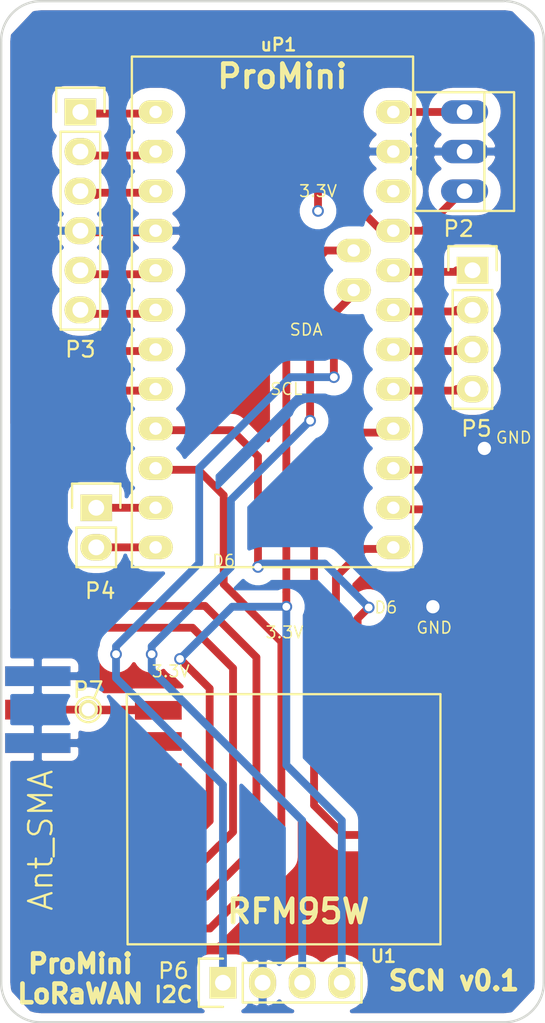
<source format=kicad_pcb>
(kicad_pcb (version 4) (host pcbnew 4.0.2+dfsg1-stable)

  (general
    (links 38)
    (no_connects 0)
    (area 137.634 97.714999 173.306174 163.397001)
    (thickness 1.6)
    (drawings 22)
    (tracks 209)
    (zones 0)
    (modules 9)
    (nets 30)
  )

  (page A4)
  (layers
    (0 F.Cu signal)
    (31 B.Cu signal hide)
    (32 B.Adhes user)
    (33 F.Adhes user)
    (34 B.Paste user)
    (35 F.Paste user)
    (36 B.SilkS user)
    (37 F.SilkS user)
    (38 B.Mask user)
    (39 F.Mask user)
    (40 Dwgs.User user)
    (41 Cmts.User user)
    (42 Eco1.User user)
    (43 Eco2.User user)
    (44 Edge.Cuts user)
    (45 Margin user)
    (46 B.CrtYd user)
    (47 F.CrtYd user)
    (48 B.Fab user)
    (49 F.Fab user)
  )

  (setup
    (last_trace_width 0.5)
    (trace_clearance 0.8)
    (zone_clearance 0.508)
    (zone_45_only no)
    (trace_min 0.5)
    (segment_width 0.2)
    (edge_width 0.15)
    (via_size 0.75)
    (via_drill 0.5)
    (via_min_size 0.6)
    (via_min_drill 0.3)
    (uvia_size 0.3)
    (uvia_drill 0.1)
    (uvias_allowed no)
    (uvia_min_size 0.2)
    (uvia_min_drill 0.1)
    (pcb_text_width 0.3)
    (pcb_text_size 1.5 1.5)
    (mod_edge_width 0.15)
    (mod_text_size 1 1)
    (mod_text_width 0.15)
    (pad_size 1 1)
    (pad_drill 0.635)
    (pad_to_mask_clearance 0.2)
    (aux_axis_origin 0 0)
    (visible_elements FFFFFF7F)
    (pcbplotparams
      (layerselection 0x01520_80000001)
      (usegerberextensions false)
      (excludeedgelayer true)
      (linewidth 0.100000)
      (plotframeref false)
      (viasonmask false)
      (mode 1)
      (useauxorigin false)
      (hpglpennumber 1)
      (hpglpenspeed 20)
      (hpglpendiameter 15)
      (hpglpenoverlay 2)
      (psnegative false)
      (psa4output false)
      (plotreference false)
      (plotvalue false)
      (plotinvisibletext false)
      (padsonsilk false)
      (subtractmaskfromsilk false)
      (outputformat 1)
      (mirror false)
      (drillshape 0)
      (scaleselection 1)
      (outputdirectory ""))
  )

  (net 0 "")
  (net 1 GND)
  (net 2 MISO)
  (net 3 MOSI)
  (net 4 CLK)
  (net 5 D10)
  (net 6 "Net-(U1-Pad6)")
  (net 7 D6)
  (net 8 "Net-(U1-Pad11)")
  (net 9 "Net-(U1-Pad12)")
  (net 10 +3V3)
  (net 11 D4)
  (net 12 D5)
  (net 13 D7)
  (net 14 "Net-(uP1-Pad22)")
  (net 15 Ant)
  (net 16 TX0)
  (net 17 RX1)
  (net 18 RESET)
  (net 19 D2)
  (net 20 D3)
  (net 21 D8)
  (net 22 D9)
  (net 23 A0)
  (net 24 A1)
  (net 25 A2)
  (net 26 A3)
  (net 27 "Net-(P2-Pad1)")
  (net 28 SDA)
  (net 29 SCL)

  (net_class Default "This is the default net class."
    (clearance 0.8)
    (trace_width 0.5)
    (via_dia 0.75)
    (via_drill 0.5)
    (uvia_dia 0.3)
    (uvia_drill 0.1)
    (add_net +3V3)
    (add_net A0)
    (add_net A1)
    (add_net A2)
    (add_net A3)
    (add_net Ant)
    (add_net CLK)
    (add_net D10)
    (add_net D2)
    (add_net D3)
    (add_net D4)
    (add_net D5)
    (add_net D6)
    (add_net D7)
    (add_net D8)
    (add_net D9)
    (add_net GND)
    (add_net MISO)
    (add_net MOSI)
    (add_net "Net-(P2-Pad1)")
    (add_net "Net-(U1-Pad11)")
    (add_net "Net-(U1-Pad12)")
    (add_net "Net-(U1-Pad6)")
    (add_net "Net-(uP1-Pad22)")
    (add_net RESET)
    (add_net RX1)
    (add_net SCL)
    (add_net SDA)
    (add_net TX0)
  )

  (module Connect:PINTST (layer F.Cu) (tedit 5819560E) (tstamp 58157566)
    (at 144.018 143.256)
    (descr "module 1 pin (ou trou mecanique de percage)")
    (tags DEV)
    (path /58157517)
    (fp_text reference P7 (at 0 -1.26746) (layer F.SilkS)
      (effects (font (size 1 1) (thickness 0.15)))
    )
    (fp_text value Ant (at 0 1.27) (layer F.Fab)
      (effects (font (size 1 1) (thickness 0.15)))
    )
    (fp_circle (center 0 0) (end -0.254 -0.762) (layer F.SilkS) (width 0.15))
    (pad 1 thru_hole circle (at 0 0) (size 1.253 1.253) (drill 0.85) (layers *.Cu *.Mask F.SilkS)
      (net 15 Ant))
    (model Connect.3dshapes/PINTST.wrl
      (at (xyz 0 0 0))
      (scale (xyz 1 1 1))
      (rotate (xyz 0 0 0))
    )
  )

  (module Pin_Headers:Pin_Header_Straight_1x02 (layer F.Cu) (tedit 5818D5E6) (tstamp 5810D56D)
    (at 144.526 130.302)
    (descr "Through hole pin header")
    (tags "pin header")
    (path /5810D788)
    (fp_text reference P4 (at 0.254 5.334) (layer F.SilkS)
      (effects (font (size 1 1) (thickness 0.15)))
    )
    (fp_text value CONN_2 (at -2.826 1.398 90) (layer F.Fab) hide
      (effects (font (size 1 1) (thickness 0.15)))
    )
    (fp_line (start 1.27 1.27) (end 1.27 3.81) (layer F.SilkS) (width 0.15))
    (fp_line (start 1.55 -1.55) (end 1.55 0) (layer F.SilkS) (width 0.15))
    (fp_line (start -1.75 -1.75) (end -1.75 4.3) (layer F.CrtYd) (width 0.05))
    (fp_line (start 1.75 -1.75) (end 1.75 4.3) (layer F.CrtYd) (width 0.05))
    (fp_line (start -1.75 -1.75) (end 1.75 -1.75) (layer F.CrtYd) (width 0.05))
    (fp_line (start -1.75 4.3) (end 1.75 4.3) (layer F.CrtYd) (width 0.05))
    (fp_line (start 1.27 1.27) (end -1.27 1.27) (layer F.SilkS) (width 0.15))
    (fp_line (start -1.55 0) (end -1.55 -1.55) (layer F.SilkS) (width 0.15))
    (fp_line (start -1.55 -1.55) (end 1.55 -1.55) (layer F.SilkS) (width 0.15))
    (fp_line (start -1.27 1.27) (end -1.27 3.81) (layer F.SilkS) (width 0.15))
    (fp_line (start -1.27 3.81) (end 1.27 3.81) (layer F.SilkS) (width 0.15))
    (pad 1 thru_hole rect (at 0 0) (size 2.032 1.7) (drill 1.016) (layers *.Cu *.Mask F.SilkS)
      (net 21 D8))
    (pad 2 thru_hole oval (at 0 2.54) (size 2.032 1.7) (drill 1.016) (layers *.Cu *.Mask F.SilkS)
      (net 22 D9))
    (model Pin_Headers.3dshapes/Pin_Header_Straight_1x02.wrl
      (at (xyz 0 -0.05 0))
      (scale (xyz 1 1 1))
      (rotate (xyz 0 0 90))
    )
  )

  (module mysensors_connectors:SMA_EDGE (layer F.Cu) (tedit 58111359) (tstamp 580FE37D)
    (at 138.684 143.256 270)
    (path /580FD555)
    (fp_text reference P1 (at 0 -6.35 270) (layer F.SilkS) hide
      (effects (font (size 1.5 1.5) (thickness 0.15)))
    )
    (fp_text value Ant_SMA (at 8.382 -2.286 450) (layer F.SilkS)
      (effects (font (size 1.5 1.5) (thickness 0.15)))
    )
    (pad 2 smd rect (at -2.1463 -2.0955 270) (size 1.27 4.191) (layers F.Cu F.Paste F.Mask)
      (net 1 GND))
    (pad 2 smd rect (at 2.1463 -2.0955 270) (size 1.27 4.191) (layers F.Cu F.Paste F.Mask)
      (net 1 GND))
    (pad 1 smd rect (at 0 -1.8415 270) (size 1.27 3.683) (layers F.Cu F.Paste F.Mask)
      (net 15 Ant))
    (pad 2 smd rect (at -2.1463 -2.0955 270) (size 1.27 4.191) (layers B.Cu F.Paste F.Mask)
      (net 1 GND))
    (pad 2 smd rect (at 2.1463 -2.0955 270) (size 1.27 4.191) (layers B.Cu F.Paste F.Mask)
      (net 1 GND))
  )

  (module Connect:PINHEAD1-3 (layer F.Cu) (tedit 5818D5CC) (tstamp 5810D55D)
    (at 168.148 107.442 270)
    (path /5810D139)
    (attr virtual)
    (fp_text reference P2 (at 4.953 0.381 360) (layer F.SilkS)
      (effects (font (size 1 1) (thickness 0.15)))
    )
    (fp_text value "3.3v Gnd Raw" (at 0 -2.794 270) (layer F.Fab)
      (effects (font (size 0.75 0.75) (thickness 0.15)))
    )
    (fp_line (start -3.81 -3.175) (end -3.81 3.175) (layer F.SilkS) (width 0.15))
    (fp_line (start 3.81 -3.175) (end 3.81 3.175) (layer F.SilkS) (width 0.15))
    (fp_line (start 3.81 -1.27) (end -3.81 -1.27) (layer F.SilkS) (width 0.15))
    (fp_line (start -3.81 -3.175) (end 3.81 -3.175) (layer F.SilkS) (width 0.15))
    (fp_line (start 3.81 3.175) (end -3.81 3.175) (layer F.SilkS) (width 0.15))
    (pad 1 thru_hole oval (at -2.54 0 270) (size 1.50622 3.01498) (drill 0.99822) (layers *.Cu *.Mask)
      (net 27 "Net-(P2-Pad1)"))
    (pad 2 thru_hole oval (at 0 0 270) (size 1.50622 3.01498) (drill 0.99822) (layers *.Cu *.Mask)
      (net 1 GND))
    (pad 3 thru_hole oval (at 2.54 0 270) (size 1.50622 3.01498) (drill 0.99822) (layers *.Cu *.Mask)
      (net 10 +3V3))
  )

  (module Pin_Headers:Pin_Header_Straight_1x06 (layer F.Cu) (tedit 5818D24D) (tstamp 5810D567)
    (at 143.51 104.902)
    (descr "Through hole pin header")
    (tags "pin header")
    (path /5810D4F6)
    (fp_text reference P3 (at 0 15.24) (layer F.SilkS)
      (effects (font (size 1 1) (thickness 0.15)))
    )
    (fp_text value CONN_1 (at -3.048 5.842 90) (layer F.Fab) hide
      (effects (font (size 1 1) (thickness 0.15)))
    )
    (fp_line (start -1.75 -1.75) (end -1.75 14.45) (layer F.CrtYd) (width 0.05))
    (fp_line (start 1.75 -1.75) (end 1.75 14.45) (layer F.CrtYd) (width 0.05))
    (fp_line (start -1.75 -1.75) (end 1.75 -1.75) (layer F.CrtYd) (width 0.05))
    (fp_line (start -1.75 14.45) (end 1.75 14.45) (layer F.CrtYd) (width 0.05))
    (fp_line (start 1.27 1.27) (end 1.27 13.97) (layer F.SilkS) (width 0.15))
    (fp_line (start 1.27 13.97) (end -1.27 13.97) (layer F.SilkS) (width 0.15))
    (fp_line (start -1.27 13.97) (end -1.27 1.27) (layer F.SilkS) (width 0.15))
    (fp_line (start 1.55 -1.55) (end 1.55 0) (layer F.SilkS) (width 0.15))
    (fp_line (start 1.27 1.27) (end -1.27 1.27) (layer F.SilkS) (width 0.15))
    (fp_line (start -1.55 0) (end -1.55 -1.55) (layer F.SilkS) (width 0.15))
    (fp_line (start -1.55 -1.55) (end 1.55 -1.55) (layer F.SilkS) (width 0.15))
    (pad 1 thru_hole rect (at 0 0) (size 2.032 1.7272) (drill 1.016) (layers *.Cu *.Mask F.SilkS)
      (net 16 TX0))
    (pad 2 thru_hole oval (at 0 2.54) (size 2.032 1.7272) (drill 1.016) (layers *.Cu *.Mask F.SilkS)
      (net 17 RX1))
    (pad 3 thru_hole oval (at 0 5.08) (size 2.032 1.7272) (drill 1.016) (layers *.Cu *.Mask F.SilkS)
      (net 18 RESET))
    (pad 4 thru_hole oval (at 0 7.62) (size 2.032 1.7272) (drill 1.016) (layers *.Cu *.Mask F.SilkS)
      (net 1 GND))
    (pad 5 thru_hole oval (at 0 10.16) (size 2.032 1.7272) (drill 1.016) (layers *.Cu *.Mask F.SilkS)
      (net 19 D2))
    (pad 6 thru_hole oval (at 0 12.7) (size 2.032 1.7272) (drill 1.016) (layers *.Cu *.Mask F.SilkS)
      (net 20 D3))
    (model Pin_Headers.3dshapes/Pin_Header_Straight_1x06.wrl
      (at (xyz 0 -0.25 0))
      (scale (xyz 1 1 1))
      (rotate (xyz 0 0 90))
    )
  )

  (module Pin_Headers:Pin_Header_Straight_1x04 (layer F.Cu) (tedit 5818D25E) (tstamp 5810D575)
    (at 168.656 115.062)
    (descr "Through hole pin header")
    (tags "pin header")
    (path /5810D3C5)
    (fp_text reference P5 (at 0.254 10.16) (layer F.SilkS)
      (effects (font (size 1 1) (thickness 0.15)))
    )
    (fp_text value CONN_3 (at 2.794 4.064 90) (layer F.Fab) hide
      (effects (font (size 1 1) (thickness 0.15)))
    )
    (fp_line (start -1.75 -1.75) (end -1.75 9.4) (layer F.CrtYd) (width 0.05))
    (fp_line (start 1.75 -1.75) (end 1.75 9.4) (layer F.CrtYd) (width 0.05))
    (fp_line (start -1.75 -1.75) (end 1.75 -1.75) (layer F.CrtYd) (width 0.05))
    (fp_line (start -1.75 9.4) (end 1.75 9.4) (layer F.CrtYd) (width 0.05))
    (fp_line (start -1.27 1.27) (end -1.27 8.89) (layer F.SilkS) (width 0.15))
    (fp_line (start 1.27 1.27) (end 1.27 8.89) (layer F.SilkS) (width 0.15))
    (fp_line (start 1.55 -1.55) (end 1.55 0) (layer F.SilkS) (width 0.15))
    (fp_line (start -1.27 8.89) (end 1.27 8.89) (layer F.SilkS) (width 0.15))
    (fp_line (start 1.27 1.27) (end -1.27 1.27) (layer F.SilkS) (width 0.15))
    (fp_line (start -1.55 0) (end -1.55 -1.55) (layer F.SilkS) (width 0.15))
    (fp_line (start -1.55 -1.55) (end 1.55 -1.55) (layer F.SilkS) (width 0.15))
    (pad 1 thru_hole rect (at 0 0) (size 2.032 1.7272) (drill 1.016) (layers *.Cu *.Mask F.SilkS)
      (net 26 A3))
    (pad 2 thru_hole oval (at 0 2.54) (size 2.032 1.7272) (drill 1.016) (layers *.Cu *.Mask F.SilkS)
      (net 25 A2))
    (pad 3 thru_hole oval (at 0 5.08) (size 2.032 1.7272) (drill 1.016) (layers *.Cu *.Mask F.SilkS)
      (net 24 A1))
    (pad 4 thru_hole oval (at 0 7.62) (size 2.032 1.7272) (drill 1.016) (layers *.Cu *.Mask F.SilkS)
      (net 23 A0))
    (model Pin_Headers.3dshapes/Pin_Header_Straight_1x04.wrl
      (at (xyz 0 -0.15 0))
      (scale (xyz 1 1 1))
      (rotate (xyz 0 0 90))
    )
  )

  (module mysensors_radios:RFM69HW_SMD_Handsoldering-Narrow (layer F.Cu) (tedit 58142CD3) (tstamp 580FC6CB)
    (at 163.2 157.3 180)
    (descr RFM69HW)
    (tags "RFM69HW, RF69")
    (path /580F94AC)
    (fp_text reference U1 (at 0.254 -1.778 180) (layer F.SilkS)
      (effects (font (size 0.8 0.8) (thickness 0.16)))
    )
    (fp_text value RFM95HW (at 7.1628 6.8072 180) (layer F.Fab) hide
      (effects (font (size 0.8 0.8) (thickness 0.16)))
    )
    (fp_line (start -3.4036 15.0368) (end 16.7132 15.0368) (layer B.CrtYd) (width 0.15))
    (fp_line (start 16.7132 15.0368) (end 16.7132 -1.016) (layer B.CrtYd) (width 0.15))
    (fp_line (start 16.7132 -1.016) (end -3.4036 -1.016) (layer B.CrtYd) (width 0.15))
    (fp_line (start 16.7132 15.0368) (end 16.7132 -1.016) (layer F.CrtYd) (width 0.15))
    (fp_line (start 16.7132 -1.016) (end -3.4036 -1.016) (layer F.CrtYd) (width 0.15))
    (fp_line (start -3.3528 15.0368) (end 16.764 15.0368) (layer F.CrtYd) (width 0.15))
    (fp_line (start -3.4036 15.0368) (end 16.7132 15.0368) (layer F.SilkS) (width 0.15))
    (fp_line (start 16.7132 15.0368) (end 16.6624 -1.016) (layer F.SilkS) (width 0.15))
    (fp_line (start 16.6624 -1.016) (end -3.4036 -1.016) (layer F.SilkS) (width 0.15))
    (fp_line (start -3.4036 -1.016) (end -3.3528 -1.016) (layer F.SilkS) (width 0.15))
    (fp_line (start -3.4 15) (end -3.4 -1) (layer F.SilkS) (width 0.15))
    (fp_line (start -3.4 -1) (end -3.4 15) (layer F.CrtYd) (width 0.15))
    (fp_line (start -3.4 -1) (end -3.4 15) (layer B.CrtYd) (width 0.15))
    (pad 1 smd rect (at -1.4 0 180) (size 3 1.2) (layers F.Cu F.Paste F.Mask)
      (net 1 GND))
    (pad 2 smd rect (at -1.4 2 180) (size 3 1.2) (layers F.Cu F.Paste F.Mask)
      (net 2 MISO))
    (pad 3 smd rect (at -1.4 4 180) (size 3 1.2) (layers F.Cu F.Paste F.Mask)
      (net 3 MOSI))
    (pad 4 smd rect (at -1.4 6 180) (size 3 1.2) (layers F.Cu F.Paste F.Mask)
      (net 4 CLK))
    (pad 5 smd rect (at -1.4 8 180) (size 3 1.2) (layers F.Cu F.Paste F.Mask)
      (net 5 D10))
    (pad 6 smd rect (at -1.4 10 180) (size 3 1.2) (layers F.Cu F.Paste F.Mask)
      (net 6 "Net-(U1-Pad6)"))
    (pad 7 smd rect (at -1.4 12 180) (size 3 1.2) (layers F.Cu F.Paste F.Mask)
      (net 7 D6))
    (pad 8 smd rect (at -1.4 14 180) (size 3 1.2) (layers F.Cu F.Paste F.Mask)
      (net 1 GND))
    (pad 9 smd rect (at 14.6932 14 180) (size 3 1.2) (layers F.Cu F.Paste F.Mask)
      (net 15 Ant))
    (pad 10 smd rect (at 14.6932 12 180) (size 3 1.2) (layers F.Cu F.Paste F.Mask)
      (net 1 GND))
    (pad 11 smd rect (at 14.6932 10 180) (size 3 1.2) (layers F.Cu F.Paste F.Mask)
      (net 8 "Net-(U1-Pad11)"))
    (pad 12 smd rect (at 14.6932 8 180) (size 3 1.2) (layers F.Cu F.Paste F.Mask)
      (net 9 "Net-(U1-Pad12)"))
    (pad 13 smd rect (at 14.6932 6 180) (size 3 1.2) (layers F.Cu F.Paste F.Mask)
      (net 10 +3V3))
    (pad 14 smd rect (at 14.6932 4 180) (size 3 1.2) (layers F.Cu F.Paste F.Mask)
      (net 11 D4))
    (pad 15 smd rect (at 14.6932 2 180) (size 3 1.2) (layers F.Cu F.Paste F.Mask)
      (net 12 D5))
    (pad 16 smd rect (at 14.6932 0 180) (size 3 1.2) (layers F.Cu F.Paste F.Mask)
      (net 13 D7))
    (model ${MYSLOCAL}/mysensors.3dshapes/mysensors_radios.3dshapes/rfm69hw.wrl
      (at (xyz 0.332 -0.275 0.03))
      (scale (xyz 0.395 0.395 0.395))
      (rotate (xyz 0 0 180))
    )
    (model Crystals.3dshapes/crystal_FA238-TSX3225.wrl
      (at (xyz 0.332 -0.08 0.06))
      (scale (xyz 0.24 0.24 0.24))
      (rotate (xyz 0 0 90))
    )
    (model Housings_DFN_QFN.3dshapes/QFN-28-1EP_5x5mm_Pitch0.5mm.wrl
      (at (xyz 0.204 -0.445 0.06))
      (scale (xyz 1 1 1))
      (rotate (xyz 0 0 0))
    )
  )

  (module Pin_Headers:Pin_Header_Straight_1x04 (layer F.Cu) (tedit 5818D606) (tstamp 581519DD)
    (at 152.654 160.782 90)
    (descr "Through hole pin header")
    (tags "pin header")
    (path /58151EAD)
    (fp_text reference P6 (at 0.762 -3.175 180) (layer F.SilkS)
      (effects (font (size 1 1) (thickness 0.15)))
    )
    (fp_text value "" (at 0.254 -4.572 180) (layer F.Fab)
      (effects (font (size 1 1) (thickness 0.15)))
    )
    (fp_line (start -1.75 -1.75) (end -1.75 9.4) (layer F.CrtYd) (width 0.05))
    (fp_line (start 1.75 -1.75) (end 1.75 9.4) (layer F.CrtYd) (width 0.05))
    (fp_line (start -1.75 -1.75) (end 1.75 -1.75) (layer F.CrtYd) (width 0.05))
    (fp_line (start -1.75 9.4) (end 1.75 9.4) (layer F.CrtYd) (width 0.05))
    (fp_line (start -1.27 1.27) (end -1.27 8.89) (layer F.SilkS) (width 0.15))
    (fp_line (start 1.27 1.27) (end 1.27 8.89) (layer F.SilkS) (width 0.15))
    (fp_line (start 1.55 -1.55) (end 1.55 0) (layer F.SilkS) (width 0.15))
    (fp_line (start -1.27 8.89) (end 1.27 8.89) (layer F.SilkS) (width 0.15))
    (fp_line (start 1.27 1.27) (end -1.27 1.27) (layer F.SilkS) (width 0.15))
    (fp_line (start -1.55 0) (end -1.55 -1.55) (layer F.SilkS) (width 0.15))
    (fp_line (start -1.55 -1.55) (end 1.55 -1.55) (layer F.SilkS) (width 0.15))
    (pad 1 thru_hole rect (at 0 0 90) (size 2.032 1.7272) (drill 1.016) (layers *.Cu *.Mask F.SilkS)
      (net 28 SDA))
    (pad 2 thru_hole oval (at 0 2.54 90) (size 2.032 1.7272) (drill 1.016) (layers *.Cu *.Mask F.SilkS)
      (net 1 GND))
    (pad 3 thru_hole oval (at 0 5.08 90) (size 2.032 1.7272) (drill 1.016) (layers *.Cu *.Mask F.SilkS)
      (net 29 SCL))
    (pad 4 thru_hole oval (at 0 7.62 90) (size 2.032 1.7272) (drill 1.016) (layers *.Cu *.Mask F.SilkS)
      (net 10 +3V3))
    (model Pin_Headers.3dshapes/Pin_Header_Straight_1x04.wrl
      (at (xyz 0 -0.15 0))
      (scale (xyz 1 1 1))
      (rotate (xyz 0 0 90))
    )
  )

  (module mysensors_arduino:pro_mini-26 (layer F.Cu) (tedit 58152BFB) (tstamp 58152BB7)
    (at 155.956 118.872 270)
    (descr "IC, ARDUINO_PRO_MINI x 0,6\"")
    (tags "DIL ARDUINO PRO MINI")
    (path /580F9317)
    (fp_text reference uP1 (at -18.288 -0.254 360) (layer F.SilkS)
      (effects (font (size 0.8 0.8) (thickness 0.16)))
    )
    (fp_text value ARDUPROMINI-6-2 (at 0 0 270) (layer F.Fab) hide
      (effects (font (size 0.8 0.8) (thickness 0.16)))
    )
    (fp_line (start 15.24 9.144) (end 15.24 -8.89) (layer F.SilkS) (width 0.15))
    (fp_line (start -17.526 -8.89) (end -17.526 9.144) (layer F.SilkS) (width 0.15))
    (fp_line (start 15.24 9.144) (end -17.526 9.144) (layer F.SilkS) (width 0.15))
    (fp_line (start -17.526 -8.89) (end 15.24 -8.89) (layer F.SilkS) (width 0.15))
    (pad 1 thru_hole oval (at -13.97 7.62 270) (size 1.50114 2.19964) (drill 0.8001) (layers *.Cu *.Mask F.SilkS)
      (net 16 TX0))
    (pad 2 thru_hole oval (at -11.43 7.62 270) (size 1.50114 2.19964) (drill 0.8001) (layers *.Cu *.Mask F.SilkS)
      (net 17 RX1))
    (pad 3 thru_hole oval (at -8.89 7.62 270) (size 1.50114 2.19964) (drill 0.8001) (layers *.Cu *.Mask F.SilkS)
      (net 18 RESET))
    (pad 4 thru_hole oval (at -6.35 7.62 270) (size 1.50114 2.19964) (drill 0.8001) (layers *.Cu *.Mask F.SilkS)
      (net 1 GND))
    (pad 5 thru_hole oval (at -3.81 7.62 270) (size 1.50114 2.19964) (drill 0.8001) (layers *.Cu *.Mask F.SilkS)
      (net 19 D2))
    (pad 6 thru_hole oval (at -1.27 7.62 270) (size 1.50114 2.19964) (drill 0.8001) (layers *.Cu *.Mask F.SilkS)
      (net 20 D3))
    (pad 7 thru_hole oval (at 1.27 7.62 270) (size 1.50114 2.19964) (drill 0.8001) (layers *.Cu *.Mask F.SilkS)
      (net 11 D4))
    (pad 8 thru_hole oval (at 3.81 7.62 270) (size 1.50114 2.19964) (drill 0.8001) (layers *.Cu *.Mask F.SilkS)
      (net 12 D5))
    (pad 9 thru_hole oval (at 6.35 7.62 270) (size 1.50114 2.19964) (drill 0.8001) (layers *.Cu *.Mask F.SilkS)
      (net 7 D6))
    (pad 10 thru_hole oval (at 8.89 7.62 270) (size 1.50114 2.19964) (drill 0.8001) (layers *.Cu *.Mask F.SilkS)
      (net 13 D7))
    (pad 11 thru_hole oval (at 11.43 7.62 270) (size 1.50114 2.19964) (drill 0.8001) (layers *.Cu *.Mask F.SilkS)
      (net 21 D8))
    (pad 12 thru_hole oval (at 13.97 7.62 270) (size 1.50114 2.19964) (drill 0.8001) (layers *.Cu *.Mask F.SilkS)
      (net 22 D9))
    (pad 13 thru_hole oval (at 13.97 -7.62 270) (size 1.50114 2.19964) (drill 0.8001) (layers *.Cu *.Mask F.SilkS)
      (net 5 D10))
    (pad 14 thru_hole oval (at 11.43 -7.62 270) (size 1.50114 2.19964) (drill 0.8001) (layers *.Cu *.Mask F.SilkS)
      (net 3 MOSI))
    (pad 15 thru_hole oval (at 8.89 -7.62 270) (size 1.50114 2.19964) (drill 0.8001) (layers *.Cu *.Mask F.SilkS)
      (net 2 MISO))
    (pad 16 thru_hole oval (at 6.35 -7.62 270) (size 1.50114 2.19964) (drill 0.8001) (layers *.Cu *.Mask F.SilkS)
      (net 4 CLK))
    (pad 17 thru_hole oval (at 3.81 -7.62 270) (size 1.50114 2.19964) (drill 0.8001) (layers *.Cu *.Mask F.SilkS)
      (net 23 A0))
    (pad 18 thru_hole oval (at 1.27 -7.62 270) (size 1.50114 2.19964) (drill 0.8001) (layers *.Cu *.Mask F.SilkS)
      (net 24 A1))
    (pad 19 thru_hole oval (at -1.27 -7.62 270) (size 1.50114 2.19964) (drill 0.8001) (layers *.Cu *.Mask F.SilkS)
      (net 25 A2))
    (pad 20 thru_hole oval (at -3.81 -7.62 270) (size 1.50114 2.19964) (drill 0.8001) (layers *.Cu *.Mask F.SilkS)
      (net 26 A3))
    (pad 21 thru_hole oval (at -6.35 -7.62 270) (size 1.50114 2.19964) (drill 0.8001) (layers *.Cu *.Mask F.SilkS)
      (net 10 +3V3))
    (pad 22 thru_hole oval (at -8.89 -7.62 270) (size 1.50114 2.19964) (drill 0.8001) (layers *.Cu *.Mask F.SilkS)
      (net 14 "Net-(uP1-Pad22)"))
    (pad 23 thru_hole oval (at -11.43 -7.62 270) (size 1.50114 2.19964) (drill 0.8001) (layers *.Cu *.Mask F.SilkS)
      (net 1 GND))
    (pad 24 thru_hole oval (at -13.97 -7.62 270) (size 1.50114 2.19964) (drill 0.8001) (layers *.Cu *.Mask F.SilkS)
      (net 27 "Net-(P2-Pad1)"))
    (pad 25 thru_hole oval (at -2.54 -5.08 270) (size 1.50114 2.19964) (drill 0.8001) (layers *.Cu *.Mask F.SilkS)
      (net 28 SDA))
    (pad 26 thru_hole oval (at -5.08 -5.08 270) (size 1.50114 2.19964) (drill 0.8001) (layers *.Cu *.Mask F.SilkS)
      (net 29 SCL))
    (model Socket_Strips.3dshapes/Socket_Strip_Straight_1x02.wrl
      (at (xyz -0.15 0.2 0))
      (scale (xyz 1 1 1))
      (rotate (xyz 0 0 0))
    )
    (model Socket_Strips.3dshapes/Socket_Strip_Straight_1x03.wrl
      (at (xyz 0.55 0.1 0))
      (scale (xyz 1 1 1))
      (rotate (xyz 0 0 90))
    )
    (model Socket_Strips.3dshapes/Socket_Strip_Straight_1x12.wrl
      (at (xyz 0 0.3 0))
      (scale (xyz 1 1 1))
      (rotate (xyz 0 0 0))
    )
    (model Socket_Strips.3dshapes/Socket_Strip_Straight_1x12.wrl
      (at (xyz 0 -0.3 0))
      (scale (xyz 1 1 1))
      (rotate (xyz 0 0 0))
    )
    (model Socket_Strips.3dshapes/Socket_Strip_Straight_1x02.wrl
      (at (xyz 0.25 0.2 0))
      (scale (xyz 1 1 1))
      (rotate (xyz 0 0 0))
    )
    (model ${MYSLOCAL}/mysensors.3dshapes/mysensors_arduino.3dshapes/arduino_pro_mini.wrl
      (at (xyz -0.05 0 0.48))
      (scale (xyz 0.395 0.395 0.395))
      (rotate (xyz 0 0 180))
    )
    (model SMD_Packages.3dshapes/TQFP-32.wrl
      (at (xyz 0.05 0 0.5125))
      (scale (xyz 1 1 1))
      (rotate (xyz 0 0 315))
    )
    (model Pin_Headers.3dshapes/Pin_Header_Straight_1x12.wrl
      (at (xyz 0 -0.3 0.445))
      (scale (xyz 1 1 1))
      (rotate (xyz 0 180 0))
    )
    (model Pin_Headers.3dshapes/Pin_Header_Straight_1x12.wrl
      (at (xyz 0 0.3 0.445))
      (scale (xyz 1 1 1))
      (rotate (xyz 0 180 0))
    )
    (model Pin_Headers.3dshapes/Pin_Header_Straight_1x03.wrl
      (at (xyz 0.55 0.1 0.445))
      (scale (xyz 1 1 1))
      (rotate (xyz 0 180 90))
    )
    (model Pin_Headers.3dshapes/Pin_Header_Straight_1x02.wrl
      (at (xyz 0.25 0.2 0.445))
      (scale (xyz 1 1 1))
      (rotate (xyz 0 180 0))
    )
    (model Pin_Headers.3dshapes/Pin_Header_Straight_1x02.wrl
      (at (xyz -0.15 0.2 0.445))
      (scale (xyz 1 1 1))
      (rotate (xyz 0 180 0))
    )
    (model ${MYSLOCAL}/mysensors.3dshapes/w.lain.3dshapes/smd_leds/led_0603.wrl
      (at (xyz -0.3 0 0.5125))
      (scale (xyz 1 1 1))
      (rotate (xyz 0 0 0))
    )
    (model ${MYSLOCAL}/mysensors.3dshapes/w.lain.3dshapes/smd_leds/led_0603.wrl
      (at (xyz 0.55 -0.175 0.5125))
      (scale (xyz 1 1 1))
      (rotate (xyz 0 0 0))
    )
    (model Pin_Headers.3dshapes/Pin_Header_Angled_1x06.wrl
      (at (xyz -0.65 0 0.5125))
      (scale (xyz 1 1 1))
      (rotate (xyz 0 0 270))
    )
    (model Resistors_SMD.3dshapes/R_0603.wrl
      (at (xyz -0.3 -0.05 0.5125))
      (scale (xyz 1 1 1))
      (rotate (xyz 0 0 0))
    )
    (model Resistors_SMD.3dshapes/R_0603.wrl
      (at (xyz 0.55 -0.125 0.5125))
      (scale (xyz 1 1 1))
      (rotate (xyz 0 0 0))
    )
    (model Capacitors_SMD.3dshapes/C_0603.wrl
      (at (xyz -0.3 0.05 0.5125))
      (scale (xyz 1 1 1))
      (rotate (xyz 0 0 0))
    )
    (model Capacitors_Tantalum_SMD.3dshapes/TantalC_SizeS_EIA-3216.wrl
      (at (xyz -0.35 0.15 0.5125))
      (scale (xyz 1 1 1))
      (rotate (xyz 0 0 0))
    )
    (model Capacitors_Tantalum_SMD.3dshapes/TantalC_SizeS_EIA-3216.wrl
      (at (xyz -0.35 -0.15 0.5125))
      (scale (xyz 1 1 1))
      (rotate (xyz 0 0 0))
    )
    (model TO_SOT_Packages_SMD.3dshapes/SOT-23-5.wrl
      (at (xyz -0.4 0 0.5125))
      (scale (xyz 1 1 1))
      (rotate (xyz 0 0 90))
    )
    (model Capacitors_SMD.3dshapes/C_1210.wrl
      (at (xyz -0.5 0 0.5125))
      (scale (xyz 1 1 1))
      (rotate (xyz 0 0 90))
    )
  )

  (gr_arc (start 170.688 160.782) (end 173.228 160.782) (angle 90) (layer Edge.Cuts) (width 0.15))
  (gr_arc (start 140.97 160.782) (end 140.97 163.322) (angle 90) (layer Edge.Cuts) (width 0.15))
  (gr_arc (start 140.97 100.33) (end 138.43 100.33) (angle 90) (layer Edge.Cuts) (width 0.15))
  (gr_arc (start 170.688 100.33) (end 170.815 97.79) (angle 90) (layer Edge.Cuts) (width 0.15))
  (gr_line (start 173.228 160.782) (end 173.228 100.33) (angle 90) (layer Edge.Cuts) (width 0.15))
  (gr_line (start 140.97 163.322) (end 170.688 163.322) (angle 90) (layer Edge.Cuts) (width 0.15))
  (gr_line (start 138.43 100.33) (end 138.43 160.782) (angle 90) (layer Edge.Cuts) (width 0.15))
  (gr_line (start 170.688 97.79) (end 140.97 97.79) (angle 90) (layer Edge.Cuts) (width 0.15))
  (gr_text " SCN v0.1" (at 167.005 160.655) (layer F.SilkS)
    (effects (font (size 1.2 1.2) (thickness 0.3)))
  )
  (gr_text I2C (at 149.479 161.544) (layer F.SilkS)
    (effects (font (size 1 1) (thickness 0.2)))
  )
  (gr_text ProMini (at 156.464 102.616) (layer F.SilkS)
    (effects (font (size 1.5 1.5) (thickness 0.3)))
  )
  (gr_text SCL (at 156.718 122.682) (layer F.SilkS)
    (effects (font (size 0.75 0.75) (thickness 0.1)))
  )
  (gr_text SDA (at 157.988 118.872) (layer F.SilkS)
    (effects (font (size 0.75 0.75) (thickness 0.1)))
  )
  (gr_text 3.3V (at 158.75 109.982) (layer F.SilkS)
    (effects (font (size 0.75 0.75) (thickness 0.1)))
  )
  (gr_text GND (at 171.3 125.8) (layer F.SilkS)
    (effects (font (size 0.75 0.75) (thickness 0.1)))
  )
  (gr_text GND (at 166.2 138) (layer F.SilkS)
    (effects (font (size 0.75 0.75) (thickness 0.1)))
  )
  (gr_text D6 (at 152.7 133.7) (layer F.SilkS)
    (effects (font (size 0.75 0.75) (thickness 0.1)))
  )
  (gr_text D6 (at 163.1 136.7) (layer F.SilkS)
    (effects (font (size 0.75 0.75) (thickness 0.1)))
  )
  (gr_text 3.3V (at 149.3 140.8) (layer F.SilkS)
    (effects (font (size 0.75 0.75) (thickness 0.1)))
  )
  (gr_text 3.3V (at 156.6 138.3) (layer F.SilkS)
    (effects (font (size 0.75 0.75) (thickness 0.1)))
  )
  (gr_text "ProMini\nLoRaWAN" (at 143.51 160.528) (layer F.SilkS)
    (effects (font (size 1.2 1.2) (thickness 0.3)))
  )
  (gr_text RFM95W (at 157.48 156.21) (layer F.SilkS)
    (effects (font (size 1.5 1.5) (thickness 0.3)))
  )

  (segment (start 168.148 107.442) (end 163.576 107.442) (width 0.5) (layer F.Cu) (net 1))
  (segment (start 167.132 129.54) (end 169.418 126.492) (width 0.5) (layer B.Cu) (net 1) (tstamp 581524EA))
  (segment (start 164.592 137.922) (end 164.6 143.3) (width 0.5) (layer F.Cu) (net 1))
  (via (at 166.116 136.652) (size 0.9) (drill 0.85) (layers F.Cu B.Cu) (net 1))
  (segment (start 164.592 137.922) (end 166.116 136.652) (width 0.5) (layer F.Cu) (net 1) (tstamp 5815245A))
  (segment (start 166.116 136.652) (end 167.132 129.54) (width 0.5) (layer B.Cu) (net 1))
  (via (at 169.418 126.492) (size 0.9) (drill 0.85) (layers F.Cu B.Cu) (net 1))
  (segment (start 164.6 157.3) (end 168 157.3) (width 0.5) (layer F.Cu) (net 1))
  (segment (start 168 157.3) (end 168.1 157.4) (width 0.5) (layer F.Cu) (net 1) (tstamp 58142E60))
  (segment (start 148.5011 112.6236) (end 143.6116 112.6236) (width 0.5) (layer F.Cu) (net 1))
  (segment (start 143.6116 112.6236) (end 143.51 112.522) (width 0.5) (layer F.Cu) (net 1) (tstamp 5812717C))
  (segment (start 140.8572 145.48) (end 140.7795 145.4023) (width 0.5) (layer F.Cu) (net 1) (tstamp 581252BD))
  (segment (start 170.8 153.5) (end 170.8 154.4) (width 0.5) (layer F.Cu) (net 2))
  (segment (start 170.8 153.5) (end 170.8 131.1252) (width 0.5) (layer F.Cu) (net 2) (tstamp 5812B264))
  (segment (start 167.5384 127.8636) (end 170.8 131.1252) (width 0.5) (layer F.Cu) (net 2) (tstamp 5812B26E))
  (segment (start 169.9 155.3) (end 164.6 155.3) (width 0.5) (layer F.Cu) (net 2) (tstamp 5813F8EB))
  (segment (start 170.8 154.4) (end 169.9 155.3) (width 0.5) (layer F.Cu) (net 2) (tstamp 5813F8E0))
  (segment (start 163.7411 127.8636) (end 167.5384 127.8636) (width 0.5) (layer F.Cu) (net 2))
  (segment (start 167.5384 127.8636) (end 170.434 130.7592) (width 0.5) (layer F.Cu) (net 2) (tstamp 581269EA))
  (segment (start 169.164 152.9) (end 169.164 152.936) (width 0.5) (layer F.Cu) (net 3))
  (segment (start 168.8 153.3) (end 164.6 153.3) (width 0.5) (layer F.Cu) (net 3) (tstamp 5813F8BF))
  (segment (start 169.164 152.936) (end 168.8 153.3) (width 0.5) (layer F.Cu) (net 3) (tstamp 5813F8B8))
  (segment (start 167.2336 130.4036) (end 163.7411 130.4036) (width 0.5) (layer F.Cu) (net 3) (tstamp 581269E3))
  (segment (start 169.164 132.334) (end 167.2336 130.4036) (width 0.5) (layer F.Cu) (net 3) (tstamp 581269DB))
  (segment (start 169.164 152.908) (end 169.164 152.9) (width 0.5) (layer F.Cu) (net 3) (tstamp 581269CC))
  (segment (start 169.164 152.9) (end 169.164 132.334) (width 0.5) (layer F.Cu) (net 3) (tstamp 5813F8B6))
  (segment (start 164.6 151.3) (end 160.4 151.3) (width 0.5) (layer F.Cu) (net 4))
  (segment (start 160.4 151.3) (end 158.496 149.396) (width 0.5) (layer F.Cu) (net 4) (tstamp 581434D8))
  (segment (start 158.496 136.652) (end 158.496 126.746) (width 0.5) (layer F.Cu) (net 4) (tstamp 581175A6))
  (segment (start 158.496 126.746) (end 159.766 125.476) (width 0.5) (layer F.Cu) (net 4) (tstamp 581175A7))
  (segment (start 159.766 125.476) (end 163.5887 125.476) (width 0.5) (layer F.Cu) (net 4) (tstamp 581175AE))
  (segment (start 158.496 149.396) (end 158.496 141.224) (width 0.5) (layer F.Cu) (net 4) (tstamp 581434E3))
  (segment (start 158.496 136.652) (end 158.496 141.224) (width 0.5) (layer F.Cu) (net 4))
  (segment (start 163.5887 125.476) (end 163.7411 125.3236) (width 0.5) (layer F.Cu) (net 4) (tstamp 581175B1))
  (segment (start 163.5887 125.476) (end 163.7411 125.3236) (width 0.5) (layer F.Cu) (net 4) (tstamp 58116D05))
  (segment (start 164.6 149.3) (end 161.4 149.3) (width 0.5) (layer F.Cu) (net 5))
  (segment (start 161.4 149.3) (end 159.9 147.8) (width 0.5) (layer F.Cu) (net 5) (tstamp 581434F1))
  (segment (start 159.9 135) (end 159.9 134.74) (width 0.5) (layer F.Cu) (net 5))
  (segment (start 159.9 147.8) (end 159.9 135) (width 0.5) (layer F.Cu) (net 5) (tstamp 58143509))
  (segment (start 163.7411 132.9436) (end 161.6964 132.9436) (width 0.5) (layer F.Cu) (net 5))
  (segment (start 159.9 134.74) (end 161.6964 132.9436) (width 0.5) (layer F.Cu) (net 5) (tstamp 5812E62B))
  (segment (start 161.29 142.8) (end 161.29 137.41) (width 0.5) (layer F.Cu) (net 7))
  (segment (start 159.181 133.881) (end 158.519 133.881) (width 0.5) (layer B.Cu) (net 7) (tstamp 581436A3))
  (segment (start 162 136.7) (end 159.181 133.881) (width 0.5) (layer B.Cu) (net 7) (tstamp 581436A2))
  (via (at 162 136.7) (size 0.75) (drill 0.5) (layers F.Cu B.Cu) (net 7))
  (segment (start 161.29 137.41) (end 162 136.7) (width 0.5) (layer F.Cu) (net 7) (tstamp 58143698))
  (segment (start 164.6 145.3) (end 162.2 145.3) (width 0.5) (layer F.Cu) (net 7))
  (segment (start 161.29 144.39) (end 161.29 142.8) (width 0.5) (layer F.Cu) (net 7) (tstamp 5813F866))
  (segment (start 161.29 142.8) (end 161.29 142.748) (width 0.5) (layer F.Cu) (net 7) (tstamp 58143696))
  (segment (start 162.2 145.3) (end 161.29 144.39) (width 0.5) (layer F.Cu) (net 7) (tstamp 5813F861))
  (segment (start 150.4696 125.3236) (end 153.2236 125.3236) (width 0.5) (layer F.Cu) (net 7))
  (segment (start 153.2236 125.3236) (end 154.9 127) (width 0.5) (layer F.Cu) (net 7) (tstamp 5812E3E2))
  (segment (start 154.9 127) (end 154.9 134.1) (width 0.5) (layer F.Cu) (net 7) (tstamp 5812E3E8))
  (via (at 154.9 134.1) (size 0.75) (drill 0.5) (layers F.Cu B.Cu) (net 7))
  (segment (start 154.9 134.1) (end 155.119 133.881) (width 0.5) (layer B.Cu) (net 7) (tstamp 5812E3FB))
  (segment (start 155.119 133.881) (end 158.519 133.881) (width 0.5) (layer B.Cu) (net 7) (tstamp 5812E3FC))
  (segment (start 148.5011 125.3236) (end 150.4696 125.3236) (width 0.5) (layer F.Cu) (net 7) (tstamp 5812503F))
  (segment (start 158.496 133.858) (end 158.519 133.881) (width 0.5) (layer B.Cu) (net 7) (tstamp 5812DEC3))
  (segment (start 163.576 112.522) (end 165.481 112.522) (width 0.5) (layer F.Cu) (net 10))
  (segment (start 165.481 112.522) (end 168.021 109.982) (width 0.5) (layer F.Cu) (net 10) (tstamp 5818CFE6))
  (segment (start 168.021 109.982) (end 168.148 109.982) (width 0.5) (layer F.Cu) (net 10) (tstamp 5818CFF1))
  (segment (start 158.75 109.728) (end 158.75 111.252) (width 0.5) (layer F.Cu) (net 10))
  (via (at 158.75 111.252) (size 0.75) (drill 0.5) (layers F.Cu B.Cu) (net 10))
  (segment (start 156.718 136.652) (end 156.718 146.812) (width 0.5) (layer B.Cu) (net 10))
  (segment (start 160.274 150.368) (end 160.274 160.782) (width 0.5) (layer B.Cu) (net 10) (tstamp 58152190))
  (segment (start 156.718 146.812) (end 160.274 150.368) (width 0.5) (layer B.Cu) (net 10) (tstamp 58152183))
  (segment (start 163.576 112.522) (end 162.814 112.522) (width 0.5) (layer F.Cu) (net 10))
  (segment (start 162.814 112.522) (end 160.02 109.728) (width 0.5) (layer F.Cu) (net 10) (tstamp 58151C27))
  (via (at 156.718 136.652) (size 0.75) (drill 0.5) (layers F.Cu B.Cu) (net 10))
  (segment (start 156.718 135.718) (end 156.718 116.078) (width 0.5) (layer F.Cu) (net 10) (tstamp 5813F695))
  (segment (start 156.718 136.652) (end 156.718 135.718) (width 0.5) (layer F.Cu) (net 10))
  (segment (start 156.718 110.744) (end 156.718 116.078) (width 0.5) (layer F.Cu) (net 10) (tstamp 58151C32))
  (segment (start 157.734 109.728) (end 156.718 110.744) (width 0.5) (layer F.Cu) (net 10) (tstamp 58151C2E))
  (segment (start 160.02 109.728) (end 158.75 109.728) (width 0.5) (layer F.Cu) (net 10) (tstamp 58151C2A))
  (segment (start 158.75 109.728) (end 157.734 109.728) (width 0.5) (layer F.Cu) (net 10) (tstamp 581521C6))
  (segment (start 153.248 136.652) (end 153.852 136.652) (width 0.5) (layer B.Cu) (net 10) (tstamp 581436E3))
  (segment (start 149.9 140) (end 153.248 136.652) (width 0.5) (layer B.Cu) (net 10) (tstamp 581436E2))
  (segment (start 153.9 136.652) (end 153.398002 136.652) (width 0.5) (layer B.Cu) (net 10) (tstamp 581436EF))
  (segment (start 156.718 136.652) (end 153.9 136.652) (width 0.5) (layer B.Cu) (net 10) (tstamp 5813F662))
  (segment (start 156.718 136.652) (end 155.702 136.652) (width 0.5) (layer B.Cu) (net 10))
  (segment (start 150.550002 140.650002) (end 149.9 140) (width 0.5) (layer F.Cu) (net 10))
  (segment (start 150.550002 140.650002) (end 150.876 140.976) (width 0.5) (layer F.Cu) (net 10) (tstamp 5813F67C))
  (segment (start 150.876 140.976002) (end 150.876 140.976) (width 0.5) (layer F.Cu) (net 10))
  (via (at 149.9 140) (size 0.75) (drill 0.5) (layers F.Cu B.Cu) (net 10))
  (segment (start 150.9324 151.3) (end 150.9324 151.2676) (width 0.5) (layer F.Cu) (net 10))
  (segment (start 148.5068 151.3) (end 150.9324 151.3) (width 0.5) (layer F.Cu) (net 10) (tstamp 58142F05))
  (segment (start 151.8 141.900002) (end 150.876 140.976002) (width 0.5) (layer F.Cu) (net 10) (tstamp 581434A8))
  (segment (start 151.8 150.4) (end 151.8 141.900002) (width 0.5) (layer F.Cu) (net 10) (tstamp 58143496))
  (segment (start 150.9324 151.2676) (end 151.8 150.4) (width 0.5) (layer F.Cu) (net 10) (tstamp 5814348F))
  (segment (start 150.876 140.976002) (end 151.099998 141.2) (width 0.5) (layer F.Cu) (net 10) (tstamp 58142ED7))
  (segment (start 152.4 151.993499) (end 152.406501 151.993499) (width 0.5) (layer F.Cu) (net 11))
  (segment (start 152.406501 151.993499) (end 153.3 151.1) (width 0.5) (layer F.Cu) (net 11) (tstamp 581433D0))
  (segment (start 139.87 125.814) (end 145.4404 120.2436) (width 0.5) (layer F.Cu) (net 11) (tstamp 5814342C))
  (segment (start 139.87 135.87) (end 139.87 125.814) (width 0.5) (layer F.Cu) (net 11) (tstamp 58143417))
  (segment (start 142 138) (end 139.87 135.87) (width 0.5) (layer F.Cu) (net 11) (tstamp 58143403))
  (segment (start 150.7 138) (end 142 138) (width 0.5) (layer F.Cu) (net 11) (tstamp 581433F5))
  (segment (start 153.3 140.6) (end 150.7 138) (width 0.5) (layer F.Cu) (net 11) (tstamp 581433E4))
  (segment (start 153.3 151.1) (end 153.3 140.6) (width 0.5) (layer F.Cu) (net 11) (tstamp 581433D7))
  (segment (start 152.393499 151.993499) (end 152.4 151.993499) (width 0.5) (layer F.Cu) (net 11))
  (segment (start 145.4404 120.2436) (end 148.5011 120.2436) (width 0.5) (layer F.Cu) (net 11))
  (segment (start 145.4404 120.2436) (end 139.954 125.73) (width 0.5) (layer F.Cu) (net 11) (tstamp 581263E7))
  (segment (start 150.693478 153.26648) (end 151.120518 153.26648) (width 0.5) (layer F.Cu) (net 11))
  (segment (start 150.693478 153.26648) (end 147.69584 153.26648) (width 0.5) (layer F.Cu) (net 11))
  (segment (start 151.120518 153.26648) (end 152.393499 151.993499) (width 0.5) (layer F.Cu) (net 11) (tstamp 5813FC71))
  (segment (start 152.393499 151.993499) (end 152.4 151.986998) (width 0.5) (layer F.Cu) (net 11) (tstamp 58143252))
  (segment (start 151.4 136.6) (end 151.5 136.6) (width 0.5) (layer F.Cu) (net 12))
  (segment (start 151.564 155.268) (end 153.67 153.162) (width 0.5) (layer F.Cu) (net 12) (tstamp 5813FC89))
  (segment (start 147.706 155.268) (end 151.14 155.268) (width 0.5) (layer F.Cu) (net 12))
  (segment (start 154.8 152.032) (end 153.67 153.162) (width 0.5) (layer F.Cu) (net 12) (tstamp 5812B4ED))
  (segment (start 154.8 139.9) (end 154.8 152.032) (width 0.5) (layer F.Cu) (net 12) (tstamp 5812B4E9))
  (segment (start 151.14 155.268) (end 151.564 155.268) (width 0.5) (layer F.Cu) (net 12))
  (segment (start 141.4 127.586) (end 146.2024 122.7836) (width 0.5) (layer F.Cu) (net 12) (tstamp 581432FC))
  (segment (start 141.4 135.3) (end 141.4 127.586) (width 0.5) (layer F.Cu) (net 12) (tstamp 581432EF))
  (segment (start 142.7 136.6) (end 141.4 135.3) (width 0.5) (layer F.Cu) (net 12) (tstamp 581432E5))
  (segment (start 151.4 136.6) (end 142.7 136.6) (width 0.5) (layer F.Cu) (net 12) (tstamp 581432DB))
  (segment (start 151.5 136.6) (end 154.8 139.9) (width 0.5) (layer F.Cu) (net 12) (tstamp 58143376))
  (segment (start 146.2024 122.7836) (end 148.5011 122.7836) (width 0.5) (layer F.Cu) (net 12) (tstamp 58143310))
  (segment (start 148.5011 122.7836) (end 146.2024 122.7836) (width 0.5) (layer F.Cu) (net 12))
  (segment (start 151.458 157.3) (end 151.818 157.3) (width 0.5) (layer F.Cu) (net 13))
  (segment (start 156.4 138.9) (end 156.4 139) (width 0.5) (layer F.Cu) (net 13) (tstamp 5812B47A))
  (segment (start 154 136.5) (end 156.4 138.9) (width 0.5) (layer F.Cu) (net 13) (tstamp 5812B469))
  (segment (start 156.4 139) (end 156.4 152.718) (width 0.5) (layer F.Cu) (net 13))
  (segment (start 156.4 152.718) (end 154.94 154.178) (width 0.5) (layer F.Cu) (net 13) (tstamp 5812B4CC))
  (segment (start 151.0636 127.8636) (end 152.7 129.5) (width 0.5) (layer F.Cu) (net 13) (tstamp 5812E416))
  (segment (start 152.7 129.5) (end 152.7 135.2) (width 0.5) (layer F.Cu) (net 13) (tstamp 5812E41A))
  (segment (start 152.7 135.2) (end 154 136.5) (width 0.5) (layer F.Cu) (net 13) (tstamp 5812E41E))
  (segment (start 148.5011 127.8636) (end 151.0636 127.8636) (width 0.5) (layer F.Cu) (net 13))
  (segment (start 151.458 157.3) (end 147.706 157.3) (width 0.5) (layer F.Cu) (net 13))
  (segment (start 151.818 157.3) (end 154.94 154.178) (width 0.5) (layer F.Cu) (net 13) (tstamp 5813FCA4))
  (segment (start 144.018 143.256) (end 148.4628 143.256) (width 0.5) (layer F.Cu) (net 15))
  (segment (start 148.4628 143.256) (end 148.5068 143.3) (width 0.5) (layer F.Cu) (net 15) (tstamp 58195642))
  (segment (start 148.5068 143.3) (end 144.062 143.3) (width 0.5) (layer F.Cu) (net 15))
  (segment (start 144.062 143.3) (end 144.018 143.256) (width 0.5) (layer F.Cu) (net 15) (tstamp 58157618))
  (segment (start 140.5255 143.256) (end 148.4628 143.256) (width 0.5) (layer F.Cu) (net 15))
  (segment (start 148.4628 143.256) (end 148.5068 143.3) (width 0.5) (layer F.Cu) (net 15) (tstamp 58142DC6))
  (segment (start 140.57918 143.30968) (end 140.5255 143.256) (width 0.5) (layer F.Cu) (net 15) (tstamp 5813FD1F))
  (segment (start 140.57918 143.30968) (end 140.5255 143.256) (width 0.5) (layer F.Cu) (net 15) (tstamp 5813F7E0))
  (segment (start 148.5011 105.0036) (end 143.6116 105.0036) (width 0.5) (layer F.Cu) (net 16))
  (segment (start 143.6116 105.0036) (end 144.008 105.4) (width 0.5) (layer F.Cu) (net 16) (tstamp 5812ABC1))
  (segment (start 144.78 105.0036) (end 143.6116 105.0036) (width 0.5) (layer F.Cu) (net 16))
  (segment (start 143.6116 105.0036) (end 143.51 104.902) (width 0.5) (layer F.Cu) (net 16) (tstamp 58127168))
  (segment (start 144.78 105.0036) (end 144.6784 105.0036) (width 0.5) (layer F.Cu) (net 16) (tstamp 58127166))
  (segment (start 143.764 107.696) (end 144.526 107.696) (width 0.5) (layer F.Cu) (net 17))
  (segment (start 144.526 107.696) (end 148.3487 107.696) (width 0.5) (layer F.Cu) (net 17))
  (segment (start 143.764 107.696) (end 143.51 107.442) (width 0.5) (layer F.Cu) (net 17) (tstamp 5812715E))
  (segment (start 148.3487 107.696) (end 148.5011 107.5436) (width 0.5) (layer F.Cu) (net 17) (tstamp 5810DB5B))
  (segment (start 144.78 110.0836) (end 143.6116 110.0836) (width 0.5) (layer F.Cu) (net 18))
  (segment (start 143.6116 110.0836) (end 143.51 109.982) (width 0.5) (layer F.Cu) (net 18) (tstamp 5812715B))
  (segment (start 148.5011 110.0836) (end 144.78 110.0836) (width 0.5) (layer F.Cu) (net 18))
  (segment (start 144.78 110.0836) (end 144.6784 110.0836) (width 0.5) (layer F.Cu) (net 18) (tstamp 58127159))
  (segment (start 144.6784 110.0836) (end 144.526 110.236) (width 0.5) (layer F.Cu) (net 18) (tstamp 5810DB58))
  (segment (start 143.764 115.316) (end 144.526 115.316) (width 0.5) (layer F.Cu) (net 19))
  (segment (start 144.526 115.316) (end 148.3487 115.316) (width 0.5) (layer F.Cu) (net 19))
  (segment (start 143.764 115.316) (end 143.51 115.062) (width 0.5) (layer F.Cu) (net 19) (tstamp 58127145))
  (segment (start 148.3487 115.316) (end 148.5011 115.1636) (width 0.5) (layer F.Cu) (net 19) (tstamp 5810DB52))
  (segment (start 143.764 117.856) (end 144.526 117.856) (width 0.5) (layer F.Cu) (net 20))
  (segment (start 144.526 117.856) (end 148.3487 117.856) (width 0.5) (layer F.Cu) (net 20))
  (segment (start 143.764 117.856) (end 143.51 117.602) (width 0.5) (layer F.Cu) (net 20) (tstamp 58127140))
  (segment (start 148.3487 117.856) (end 148.5011 117.7036) (width 0.5) (layer F.Cu) (net 20) (tstamp 5810DB4F))
  (segment (start 144.526 130.302) (end 148.3995 130.302) (width 0.5) (layer F.Cu) (net 21))
  (segment (start 148.3995 130.302) (end 148.5011 130.4036) (width 0.5) (layer F.Cu) (net 21) (tstamp 5810DB8E))
  (segment (start 144.526 132.842) (end 148.3995 132.842) (width 0.5) (layer F.Cu) (net 22))
  (segment (start 148.3995 132.842) (end 148.5011 132.9436) (width 0.5) (layer F.Cu) (net 22) (tstamp 5810DB91))
  (segment (start 167.5384 122.7836) (end 168.5544 122.7836) (width 0.5) (layer F.Cu) (net 23))
  (segment (start 168.5544 122.7836) (end 168.656 122.682) (width 0.5) (layer F.Cu) (net 23) (tstamp 581271CD))
  (segment (start 163.7411 122.7836) (end 167.5384 122.7836) (width 0.5) (layer F.Cu) (net 23))
  (segment (start 167.5384 122.7836) (end 167.64 122.682) (width 0.5) (layer F.Cu) (net 23) (tstamp 5810DB23))
  (segment (start 167.5384 120.2436) (end 168.5544 120.2436) (width 0.5) (layer F.Cu) (net 24))
  (segment (start 168.5544 120.2436) (end 168.656 120.142) (width 0.5) (layer F.Cu) (net 24) (tstamp 581271CA))
  (segment (start 163.7411 120.2436) (end 167.5384 120.2436) (width 0.5) (layer F.Cu) (net 24))
  (segment (start 167.5384 120.2436) (end 167.64 120.142) (width 0.5) (layer F.Cu) (net 24) (tstamp 5810DB1E))
  (segment (start 167.5384 117.7036) (end 168.5544 117.7036) (width 0.5) (layer F.Cu) (net 25))
  (segment (start 168.5544 117.7036) (end 168.656 117.602) (width 0.5) (layer F.Cu) (net 25) (tstamp 581271C4))
  (segment (start 163.7411 117.7036) (end 167.5384 117.7036) (width 0.5) (layer F.Cu) (net 25))
  (segment (start 167.5384 117.7036) (end 167.64 117.602) (width 0.5) (layer F.Cu) (net 25) (tstamp 5810DB18))
  (segment (start 167.5384 115.1636) (end 168.5544 115.1636) (width 0.5) (layer F.Cu) (net 26))
  (segment (start 168.5544 115.1636) (end 168.656 115.062) (width 0.5) (layer F.Cu) (net 26) (tstamp 581271BF))
  (segment (start 163.7411 115.1636) (end 167.5384 115.1636) (width 0.5) (layer F.Cu) (net 26))
  (segment (start 167.5384 115.1636) (end 167.64 115.062) (width 0.5) (layer F.Cu) (net 26) (tstamp 5810DB0F))
  (segment (start 168.148 104.902) (end 163.576 104.902) (width 0.5) (layer F.Cu) (net 27))
  (segment (start 161.036 116.332) (end 161.036 116.586) (width 0.5) (layer F.Cu) (net 28))
  (segment (start 161.036 116.586) (end 159.766 117.856) (width 0.5) (layer F.Cu) (net 28) (tstamp 5818C33D))
  (segment (start 159.766 117.856) (end 159.766 121.92) (width 0.5) (layer F.Cu) (net 28) (tstamp 5818C343))
  (via (at 159.766 121.92) (size 0.75) (drill 0.5) (layers F.Cu B.Cu) (net 28))
  (segment (start 159.766 121.92) (end 157.734 121.92) (width 0.5) (layer B.Cu) (net 28) (tstamp 5818C353))
  (segment (start 157.734 121.92) (end 156.972 121.92) (width 0.5) (layer B.Cu) (net 28) (tstamp 5818C354))
  (segment (start 156.972 121.92) (end 151.13 127.762) (width 0.5) (layer B.Cu) (net 28) (tstamp 5818C36B))
  (segment (start 145.796 139.7) (end 145.796 141.224) (width 0.5) (layer B.Cu) (net 28))
  (segment (start 151.13 127.762) (end 151.13 133.858) (width 0.5) (layer B.Cu) (net 28) (tstamp 581520E0))
  (segment (start 151.13 133.858) (end 145.796 139.192) (width 0.5) (layer B.Cu) (net 28) (tstamp 581520E7))
  (segment (start 145.796 139.192) (end 145.796 139.7) (width 0.5) (layer B.Cu) (net 28) (tstamp 581520EB))
  (via (at 145.796 139.7) (size 0.75) (drill 0.5) (layers F.Cu B.Cu) (net 28))
  (segment (start 152.654 148.082) (end 152.654 160.782) (width 0.5) (layer B.Cu) (net 28) (tstamp 58152107))
  (segment (start 145.796 141.224) (end 152.654 148.082) (width 0.5) (layer B.Cu) (net 28) (tstamp 58152104))
  (segment (start 158.242 122.428) (end 158.242 124.714) (width 0.5) (layer F.Cu) (net 29))
  (segment (start 158.242 114.808) (end 158.242 122.428) (width 0.5) (layer F.Cu) (net 29))
  (segment (start 159.258 113.792) (end 158.242 114.808) (width 0.5) (layer F.Cu) (net 29) (tstamp 58151E8E))
  (segment (start 161.036 113.792) (end 159.258 113.792) (width 0.5) (layer F.Cu) (net 29))
  (segment (start 153.162 129.794) (end 153.162 130.048) (width 0.5) (layer B.Cu) (net 29) (tstamp 5818C2D1))
  (segment (start 158.242 124.714) (end 153.162 129.794) (width 0.5) (layer B.Cu) (net 29) (tstamp 5818C2D0))
  (via (at 158.242 124.714) (size 0.75) (drill 0.5) (layers F.Cu B.Cu) (net 29))
  (segment (start 148.082 139.7) (end 148.082 139.192) (width 0.5) (layer B.Cu) (net 29))
  (segment (start 148.082 140.716) (end 157.734 150.368) (width 0.5) (layer B.Cu) (net 29) (tstamp 58152077))
  (segment (start 157.734 160.782) (end 157.734 150.368) (width 0.5) (layer B.Cu) (net 29) (tstamp 5815209B))
  (segment (start 153.162 130.048) (end 153.162 134.112) (width 0.5) (layer B.Cu) (net 29) (tstamp 5818C2E5))
  (segment (start 153.162 134.112) (end 148.336 138.938) (width 0.5) (layer B.Cu) (net 29) (tstamp 58151FA7))
  (via (at 148.082 139.7) (size 0.75) (drill 0.5) (layers F.Cu B.Cu) (net 29))
  (segment (start 148.082 139.7) (end 148.082 140.716) (width 0.5) (layer B.Cu) (net 29))
  (segment (start 148.082 139.192) (end 148.336 138.938) (width 0.5) (layer B.Cu) (net 29) (tstamp 5815278E))

  (zone (net 1) (net_name GND) (layer F.Cu) (tstamp 5818D2E6) (hatch edge 0.508)
    (connect_pads (clearance 0.508))
    (min_thickness 0.254)
    (fill yes (arc_segments 32) (thermal_gap 0.508) (thermal_bridge_width 0.508))
    (polygon
      (pts
        (xy 172.974 100.203) (xy 172.974 160.782) (xy 170.815 163.068) (xy 140.716 163.068) (xy 138.811 161.036)
        (xy 138.684 100.33) (xy 140.843 98.044) (xy 170.815 98.044) (xy 172.974 100.203)
      )
    )
    (filled_polygon
      (pts
        (xy 171.132595 98.555067) (xy 171.15417 98.562776) (xy 172.446093 99.854699) (xy 172.496532 100.052039) (xy 172.518 100.443666)
        (xy 172.518 160.74728) (xy 172.481613 161.118388) (xy 171.131799 162.547603) (xy 171.055288 162.571287) (xy 170.667928 162.612)
        (xy 160.917644 162.612) (xy 160.944771 162.604016) (xy 161.254467 162.442111) (xy 161.526817 162.223136) (xy 161.751448 161.955431)
        (xy 161.919804 161.649193) (xy 162.025471 161.316088) (xy 162.064425 160.968802) (xy 162.0646 160.943801) (xy 162.0646 160.620199)
        (xy 162.030498 160.272403) (xy 161.929492 159.937854) (xy 161.765429 159.629296) (xy 161.544557 159.358481) (xy 161.275291 159.135724)
        (xy 160.967885 158.969511) (xy 160.63405 158.866172) (xy 160.286501 158.829643) (xy 159.938475 158.861315) (xy 159.603229 158.959984)
        (xy 159.293533 159.121889) (xy 159.021183 159.340864) (xy 159.005466 159.359595) (xy 159.004557 159.358481) (xy 158.735291 159.135724)
        (xy 158.427885 158.969511) (xy 158.09405 158.866172) (xy 157.746501 158.829643) (xy 157.398475 158.861315) (xy 157.063229 158.959984)
        (xy 156.753533 159.121889) (xy 156.481183 159.340864) (xy 156.270631 159.59179) (xy 156.096035 159.431267) (xy 155.844919 159.278314)
        (xy 155.568789 159.177291) (xy 155.553026 159.174642) (xy 155.321 159.295783) (xy 155.321 160.655) (xy 155.341 160.655)
        (xy 155.341 160.909) (xy 155.321 160.909) (xy 155.321 162.268217) (xy 155.553026 162.389358) (xy 155.568789 162.386709)
        (xy 155.844919 162.285686) (xy 156.096035 162.132733) (xy 156.272077 161.970881) (xy 156.463443 162.205519) (xy 156.732709 162.428276)
        (xy 157.040115 162.594489) (xy 157.096684 162.612) (xy 153.95836 162.612) (xy 154.13447 162.495951) (xy 154.304492 162.296463)
        (xy 154.3597 162.17399) (xy 154.543081 162.285686) (xy 154.819211 162.386709) (xy 154.834974 162.389358) (xy 155.067 162.268217)
        (xy 155.067 160.909) (xy 155.047 160.909) (xy 155.047 160.655) (xy 155.067 160.655) (xy 155.067 159.295783)
        (xy 154.834974 159.174642) (xy 154.819211 159.177291) (xy 154.543081 159.278314) (xy 154.365498 159.386478) (xy 154.359775 159.367997)
        (xy 154.215551 159.14913) (xy 154.016063 158.979108) (xy 153.777106 158.871393) (xy 153.5176 158.834515) (xy 151.7904 158.834515)
        (xy 151.642779 158.846287) (xy 151.392397 158.923825) (xy 151.17353 159.068049) (xy 151.003508 159.267537) (xy 150.895793 159.506494)
        (xy 150.858915 159.766) (xy 150.858915 161.798) (xy 150.870687 161.945621) (xy 150.948225 162.196003) (xy 151.092449 162.41487)
        (xy 151.291937 162.584892) (xy 151.352074 162.612) (xy 141.00472 162.612) (xy 140.615216 162.573809) (xy 140.352386 162.494456)
        (xy 139.224794 161.291692) (xy 139.180713 161.149288) (xy 139.14 160.761928) (xy 139.14 146.6723) (xy 140.49375 146.6723)
        (xy 140.6525 146.51355) (xy 140.6525 145.5293) (xy 140.9065 145.5293) (xy 140.9065 146.51355) (xy 141.06525 146.6723)
        (xy 142.937542 146.6723) (xy 143.060223 146.647897) (xy 143.175785 146.60003) (xy 143.279789 146.530537) (xy 143.368237 146.442089)
        (xy 143.43773 146.338085) (xy 143.485597 146.222523) (xy 143.51 146.099842) (xy 143.51 145.68805) (xy 143.35125 145.5293)
        (xy 140.9065 145.5293) (xy 140.6525 145.5293) (xy 140.6325 145.5293) (xy 140.6325 145.2753) (xy 140.6525 145.2753)
        (xy 140.6525 145.2553) (xy 140.9065 145.2553) (xy 140.9065 145.2753) (xy 143.35125 145.2753) (xy 143.51 145.11655)
        (xy 143.51 144.729422) (xy 143.535619 144.740615) (xy 143.833169 144.806036) (xy 144.13776 144.812416) (xy 144.437788 144.759513)
        (xy 144.721828 144.649342) (xy 144.979058 144.486098) (xy 144.988612 144.477) (xy 146.282576 144.477) (xy 146.308849 144.51687)
        (xy 146.383184 144.580225) (xy 146.3718 144.637458) (xy 146.3718 145.01425) (xy 146.53055 145.173) (xy 148.3798 145.173)
        (xy 148.3798 145.153) (xy 148.6338 145.153) (xy 148.6338 145.173) (xy 148.6538 145.173) (xy 148.6538 145.427)
        (xy 148.6338 145.427) (xy 148.6338 145.447) (xy 148.3798 145.447) (xy 148.3798 145.427) (xy 146.53055 145.427)
        (xy 146.3718 145.58575) (xy 146.3718 145.962542) (xy 146.381602 146.01182) (xy 146.219908 146.201537) (xy 146.112193 146.440494)
        (xy 146.075315 146.7) (xy 146.075315 147.9) (xy 146.087087 148.047621) (xy 146.164625 148.298003) (xy 146.171631 148.308635)
        (xy 146.112193 148.440494) (xy 146.075315 148.7) (xy 146.075315 149.9) (xy 146.087087 150.047621) (xy 146.164625 150.298003)
        (xy 146.171631 150.308635) (xy 146.112193 150.440494) (xy 146.075315 150.7) (xy 146.075315 151.9) (xy 146.087087 152.047621)
        (xy 146.164625 152.298003) (xy 146.171631 152.308635) (xy 146.112193 152.440494) (xy 146.075315 152.7) (xy 146.075315 153.9)
        (xy 146.087087 154.047621) (xy 146.164625 154.298003) (xy 146.171631 154.308635) (xy 146.112193 154.440494) (xy 146.075315 154.7)
        (xy 146.075315 155.9) (xy 146.087087 156.047621) (xy 146.164625 156.298003) (xy 146.171631 156.308635) (xy 146.112193 156.440494)
        (xy 146.075315 156.7) (xy 146.075315 157.9) (xy 146.087087 158.047621) (xy 146.164625 158.298003) (xy 146.308849 158.51687)
        (xy 146.508337 158.686892) (xy 146.747294 158.794607) (xy 147.0068 158.831485) (xy 150.0068 158.831485) (xy 150.154421 158.819713)
        (xy 150.404803 158.742175) (xy 150.62367 158.597951) (xy 150.726756 158.477) (xy 151.818 158.477) (xy 151.926208 158.46639)
        (xy 152.034511 158.456915) (xy 152.040456 158.455188) (xy 152.046614 158.454584) (xy 152.1507 158.423159) (xy 152.255099 158.392828)
        (xy 152.260592 158.389981) (xy 152.26652 158.388191) (xy 152.362548 158.337132) (xy 152.45904 158.287115) (xy 152.463876 158.283254)
        (xy 152.469342 158.280348) (xy 152.553628 158.211606) (xy 152.638563 158.143803) (xy 152.647179 158.135308) (xy 152.647354 158.135165)
        (xy 152.647488 158.135003) (xy 152.650265 158.132265) (xy 153.196779 157.58575) (xy 162.465 157.58575) (xy 162.465 157.962542)
        (xy 162.489403 158.085223) (xy 162.53727 158.200785) (xy 162.606763 158.304789) (xy 162.695211 158.393237) (xy 162.799215 158.46273)
        (xy 162.914777 158.510597) (xy 163.037458 158.535) (xy 164.31425 158.535) (xy 164.473 158.37625) (xy 164.473 157.427)
        (xy 164.727 157.427) (xy 164.727 158.37625) (xy 164.88575 158.535) (xy 166.162542 158.535) (xy 166.285223 158.510597)
        (xy 166.400785 158.46273) (xy 166.504789 158.393237) (xy 166.593237 158.304789) (xy 166.66273 158.200785) (xy 166.710597 158.085223)
        (xy 166.735 157.962542) (xy 166.735 157.58575) (xy 166.57625 157.427) (xy 164.727 157.427) (xy 164.473 157.427)
        (xy 162.62375 157.427) (xy 162.465 157.58575) (xy 153.196779 157.58575) (xy 155.772194 155.010335) (xy 155.772265 155.010265)
        (xy 157.232265 153.550265) (xy 157.30129 153.466233) (xy 157.371159 153.382966) (xy 157.374141 153.377543) (xy 157.378069 153.37276)
        (xy 157.429463 153.276911) (xy 157.481822 153.18167) (xy 157.483692 153.175774) (xy 157.486619 153.170316) (xy 157.518409 153.066333)
        (xy 157.55128 152.962712) (xy 157.55197 152.956558) (xy 157.553779 152.950642) (xy 157.564766 152.842476) (xy 157.576885 152.734433)
        (xy 157.57697 152.722339) (xy 157.576993 152.722109) (xy 157.576973 152.721895) (xy 157.577 152.718) (xy 157.577 150.122562)
        (xy 157.584394 150.131628) (xy 157.652197 150.216563) (xy 157.660692 150.225179) (xy 157.660835 150.225354) (xy 157.660997 150.225488)
        (xy 157.663735 150.228265) (xy 159.567736 152.132265) (xy 159.651721 152.201251) (xy 159.735034 152.271159) (xy 159.74046 152.274142)
        (xy 159.745241 152.278069) (xy 159.841049 152.329441) (xy 159.93633 152.381822) (xy 159.942228 152.383693) (xy 159.947685 152.386619)
        (xy 160.051653 152.418405) (xy 160.155288 152.45128) (xy 160.161442 152.45197) (xy 160.167358 152.453779) (xy 160.275524 152.464766)
        (xy 160.383567 152.476885) (xy 160.395661 152.47697) (xy 160.395891 152.476993) (xy 160.396105 152.476973) (xy 160.4 152.477)
        (xy 162.200205 152.477) (xy 162.168515 152.7) (xy 162.168515 153.9) (xy 162.180287 154.047621) (xy 162.257825 154.298003)
        (xy 162.264831 154.308635) (xy 162.205393 154.440494) (xy 162.168515 154.7) (xy 162.168515 155.9) (xy 162.180287 156.047621)
        (xy 162.257825 156.298003) (xy 162.402049 156.51687) (xy 162.476384 156.580225) (xy 162.465 156.637458) (xy 162.465 157.01425)
        (xy 162.62375 157.173) (xy 164.473 157.173) (xy 164.473 157.153) (xy 164.727 157.153) (xy 164.727 157.173)
        (xy 166.57625 157.173) (xy 166.735 157.01425) (xy 166.735 156.637458) (xy 166.725198 156.58818) (xy 166.819956 156.477)
        (xy 169.9 156.477) (xy 170.008208 156.46639) (xy 170.116511 156.456915) (xy 170.122456 156.455188) (xy 170.128614 156.454584)
        (xy 170.2327 156.423159) (xy 170.337099 156.392828) (xy 170.342592 156.389981) (xy 170.34852 156.388191) (xy 170.444548 156.337132)
        (xy 170.54104 156.287115) (xy 170.545876 156.283254) (xy 170.551342 156.280348) (xy 170.635628 156.211606) (xy 170.720563 156.143803)
        (xy 170.729179 156.135308) (xy 170.729354 156.135165) (xy 170.729488 156.135003) (xy 170.732265 156.132265) (xy 171.632265 155.232265)
        (xy 171.70129 155.148233) (xy 171.771159 155.064966) (xy 171.774141 155.059543) (xy 171.778069 155.05476) (xy 171.829463 154.958911)
        (xy 171.881822 154.86367) (xy 171.883692 154.857774) (xy 171.886619 154.852316) (xy 171.918413 154.74832) (xy 171.95128 154.644712)
        (xy 171.95197 154.63856) (xy 171.953779 154.632643) (xy 171.964767 154.52447) (xy 171.976885 154.416433) (xy 171.97697 154.404339)
        (xy 171.976993 154.404109) (xy 171.976973 154.403895) (xy 171.977 154.4) (xy 171.977 131.1252) (xy 171.96639 131.016992)
        (xy 171.956915 130.908689) (xy 171.955188 130.902744) (xy 171.954584 130.896586) (xy 171.923159 130.7925) (xy 171.892828 130.688101)
        (xy 171.889981 130.682608) (xy 171.888191 130.67668) (xy 171.837132 130.580652) (xy 171.787115 130.48416) (xy 171.783254 130.479324)
        (xy 171.780348 130.473858) (xy 171.711606 130.389572) (xy 171.643803 130.304637) (xy 171.635308 130.296021) (xy 171.635165 130.295846)
        (xy 171.635003 130.295712) (xy 171.632265 130.292935) (xy 168.370665 127.031335) (xy 168.286633 126.96231) (xy 168.203366 126.892441)
        (xy 168.197943 126.889459) (xy 168.19316 126.885531) (xy 168.097311 126.834137) (xy 168.00207 126.781778) (xy 167.996174 126.779908)
        (xy 167.990716 126.776981) (xy 167.886733 126.745191) (xy 167.783112 126.71232) (xy 167.776958 126.71163) (xy 167.771042 126.709821)
        (xy 167.662876 126.698834) (xy 167.554833 126.686715) (xy 167.542739 126.68663) (xy 167.542509 126.686607) (xy 167.542295 126.686627)
        (xy 167.5384 126.6866) (xy 165.212698 126.6866) (xy 165.133635 126.588266) (xy 165.019189 126.492234) (xy 165.11713 126.412355)
        (xy 165.325826 126.160085) (xy 165.481547 125.872085) (xy 165.578363 125.559322) (xy 165.612586 125.233712) (xy 165.582913 124.907655)
        (xy 165.490473 124.593571) (xy 165.338788 124.303424) (xy 165.133635 124.048266) (xy 165.029159 123.9606) (xy 167.245591 123.9606)
        (xy 167.482569 124.159448) (xy 167.788807 124.327804) (xy 168.121912 124.433471) (xy 168.469198 124.472425) (xy 168.494199 124.4726)
        (xy 168.817801 124.4726) (xy 169.165597 124.438498) (xy 169.500146 124.337492) (xy 169.808704 124.173429) (xy 170.079519 123.952557)
        (xy 170.302276 123.683291) (xy 170.468489 123.375885) (xy 170.571828 123.04205) (xy 170.608357 122.694501) (xy 170.576685 122.346475)
        (xy 170.478016 122.011229) (xy 170.316111 121.701533) (xy 170.097136 121.429183) (xy 170.078405 121.413466) (xy 170.079519 121.412557)
        (xy 170.302276 121.143291) (xy 170.468489 120.835885) (xy 170.571828 120.50205) (xy 170.608357 120.154501) (xy 170.576685 119.806475)
        (xy 170.478016 119.471229) (xy 170.316111 119.161533) (xy 170.097136 118.889183) (xy 170.078405 118.873466) (xy 170.079519 118.872557)
        (xy 170.302276 118.603291) (xy 170.468489 118.295885) (xy 170.571828 117.96205) (xy 170.608357 117.614501) (xy 170.576685 117.266475)
        (xy 170.478016 116.931229) (xy 170.316111 116.621533) (xy 170.303722 116.606125) (xy 170.458892 116.424063) (xy 170.566607 116.185106)
        (xy 170.603485 115.9256) (xy 170.603485 114.1984) (xy 170.591713 114.050779) (xy 170.514175 113.800397) (xy 170.369951 113.58153)
        (xy 170.170463 113.411508) (xy 169.931506 113.303793) (xy 169.672 113.266915) (xy 167.64 113.266915) (xy 167.492379 113.278687)
        (xy 167.241997 113.356225) (xy 167.02313 113.500449) (xy 166.853108 113.699937) (xy 166.745393 113.938894) (xy 166.738614 113.9866)
        (xy 165.212698 113.9866) (xy 165.133635 113.888266) (xy 165.019189 113.792234) (xy 165.11713 113.712355) (xy 165.128178 113.699)
        (xy 165.481 113.699) (xy 165.589208 113.68839) (xy 165.697511 113.678915) (xy 165.703456 113.677188) (xy 165.709614 113.676584)
        (xy 165.8137 113.645159) (xy 165.918099 113.614828) (xy 165.923592 113.611981) (xy 165.92952 113.610191) (xy 166.025548 113.559132)
        (xy 166.12204 113.509115) (xy 166.126876 113.505254) (xy 166.132342 113.502348) (xy 166.216628 113.433606) (xy 166.301563 113.365803)
        (xy 166.310179 113.357308) (xy 166.310354 113.357165) (xy 166.310488 113.357003) (xy 166.313265 113.354265) (xy 168.005419 111.66211)
        (xy 168.914159 111.66211) (xy 169.240494 111.630113) (xy 169.554399 111.535339) (xy 169.843918 111.381399) (xy 170.098022 111.174157)
        (xy 170.307033 110.921506) (xy 170.46299 110.633069) (xy 170.559953 110.319833) (xy 170.594228 109.993729) (xy 170.56451 109.667179)
        (xy 170.47193 109.35262) (xy 170.320015 109.062034) (xy 170.114552 108.806489) (xy 169.863366 108.595719) (xy 169.759451 108.538592)
        (xy 169.77917 108.525613) (xy 169.973725 108.333738) (xy 170.127109 108.107594) (xy 170.233427 107.855872) (xy 170.247783 107.783674)
        (xy 170.125162 107.569) (xy 168.275 107.569) (xy 168.275 107.589) (xy 168.021 107.589) (xy 168.021 107.569)
        (xy 166.170838 107.569) (xy 166.048217 107.783674) (xy 166.062573 107.855872) (xy 166.168891 108.107594) (xy 166.322275 108.333738)
        (xy 166.51683 108.525613) (xy 166.53579 108.538092) (xy 166.452082 108.582601) (xy 166.197978 108.789843) (xy 165.988967 109.042494)
        (xy 165.83301 109.330931) (xy 165.736047 109.644167) (xy 165.701772 109.970271) (xy 165.73149 110.296821) (xy 165.802018 110.536453)
        (xy 165.055645 111.282825) (xy 165.019189 111.252234) (xy 165.11713 111.172355) (xy 165.325826 110.920085) (xy 165.481547 110.632085)
        (xy 165.578363 110.319322) (xy 165.612586 109.993712) (xy 165.582913 109.667655) (xy 165.490473 109.353571) (xy 165.338788 109.063424)
        (xy 165.133635 108.808266) (xy 164.882829 108.597814) (xy 164.776524 108.539373) (xy 164.800628 108.523502) (xy 164.994798 108.331943)
        (xy 165.147866 108.106185) (xy 165.25395 107.854902) (xy 165.268133 107.783275) (xy 165.145479 107.569) (xy 163.703 107.569)
        (xy 163.703 107.589) (xy 163.449 107.589) (xy 163.449 107.569) (xy 162.006521 107.569) (xy 161.883867 107.783275)
        (xy 161.89805 107.854902) (xy 162.004134 108.106185) (xy 162.157202 108.331943) (xy 162.351372 108.523502) (xy 162.374758 108.5389)
        (xy 162.28859 108.584716) (xy 162.03487 108.791645) (xy 161.826174 109.043915) (xy 161.670453 109.331915) (xy 161.580154 109.623624)
        (xy 160.852265 108.895735) (xy 160.768233 108.82671) (xy 160.684966 108.756841) (xy 160.679543 108.753859) (xy 160.67476 108.749931)
        (xy 160.578911 108.698537) (xy 160.48367 108.646178) (xy 160.477774 108.644308) (xy 160.472316 108.641381) (xy 160.368333 108.609591)
        (xy 160.264712 108.57672) (xy 160.258558 108.57603) (xy 160.252642 108.574221) (xy 160.144476 108.563234) (xy 160.036433 108.551115)
        (xy 160.024339 108.55103) (xy 160.024109 108.551007) (xy 160.023895 108.551027) (xy 160.02 108.551) (xy 157.734 108.551)
        (xy 157.625792 108.56161) (xy 157.517489 108.571085) (xy 157.511544 108.572812) (xy 157.505386 108.573416) (xy 157.4013 108.604841)
        (xy 157.296901 108.635172) (xy 157.291408 108.638019) (xy 157.28548 108.639809) (xy 157.189452 108.690868) (xy 157.09296 108.740885)
        (xy 157.088124 108.744746) (xy 157.082658 108.747652) (xy 156.998372 108.816394) (xy 156.913437 108.884197) (xy 156.904821 108.892692)
        (xy 156.904646 108.892835) (xy 156.904512 108.892997) (xy 156.901735 108.895735) (xy 155.885735 109.911735) (xy 155.81671 109.995767)
        (xy 155.746841 110.079034) (xy 155.743859 110.084457) (xy 155.739931 110.08924) (xy 155.688537 110.185089) (xy 155.636178 110.28033)
        (xy 155.634308 110.286226) (xy 155.631381 110.291684) (xy 155.599591 110.395667) (xy 155.56672 110.499288) (xy 155.56603 110.505442)
        (xy 155.564221 110.511358) (xy 155.553234 110.619524) (xy 155.541115 110.727567) (xy 155.54103 110.739661) (xy 155.541007 110.739891)
        (xy 155.541027 110.740105) (xy 155.541 110.744) (xy 155.541 125.976471) (xy 154.055865 124.491335) (xy 153.971833 124.42231)
        (xy 153.888566 124.352441) (xy 153.883143 124.349459) (xy 153.87836 124.345531) (xy 153.782511 124.294137) (xy 153.68727 124.241778)
        (xy 153.681374 124.239908) (xy 153.675916 124.236981) (xy 153.571933 124.205191) (xy 153.468312 124.17232) (xy 153.462158 124.17163)
        (xy 153.456242 124.169821) (xy 153.348076 124.158834) (xy 153.240033 124.146715) (xy 153.227939 124.14663) (xy 153.227709 124.146607)
        (xy 153.227495 124.146627) (xy 153.2236 124.1466) (xy 149.972698 124.1466) (xy 149.893635 124.048266) (xy 149.779189 123.952234)
        (xy 149.87713 123.872355) (xy 150.085826 123.620085) (xy 150.241547 123.332085) (xy 150.338363 123.019322) (xy 150.372586 122.693712)
        (xy 150.342913 122.367655) (xy 150.250473 122.053571) (xy 150.098788 121.763424) (xy 149.893635 121.508266) (xy 149.779189 121.412234)
        (xy 149.87713 121.332355) (xy 150.085826 121.080085) (xy 150.241547 120.792085) (xy 150.338363 120.479322) (xy 150.372586 120.153712)
        (xy 150.342913 119.827655) (xy 150.250473 119.513571) (xy 150.098788 119.223424) (xy 149.893635 118.968266) (xy 149.779189 118.872234)
        (xy 149.87713 118.792355) (xy 150.085826 118.540085) (xy 150.241547 118.252085) (xy 150.338363 117.939322) (xy 150.372586 117.613712)
        (xy 150.342913 117.287655) (xy 150.250473 116.973571) (xy 150.098788 116.683424) (xy 149.893635 116.428266) (xy 149.779189 116.332234)
        (xy 149.87713 116.252355) (xy 150.085826 116.000085) (xy 150.241547 115.712085) (xy 150.338363 115.399322) (xy 150.372586 115.073712)
        (xy 150.342913 114.747655) (xy 150.250473 114.433571) (xy 150.098788 114.143424) (xy 149.893635 113.888266) (xy 149.642829 113.677814)
        (xy 149.536524 113.619373) (xy 149.560628 113.603502) (xy 149.754798 113.411943) (xy 149.907866 113.186185) (xy 150.01395 112.934902)
        (xy 150.028133 112.863275) (xy 149.905479 112.649) (xy 148.463 112.649) (xy 148.463 112.669) (xy 148.209 112.669)
        (xy 148.209 112.649) (xy 146.766521 112.649) (xy 146.643867 112.863275) (xy 146.65805 112.934902) (xy 146.764134 113.186185)
        (xy 146.917202 113.411943) (xy 147.111372 113.603502) (xy 147.134758 113.6189) (xy 147.04859 113.664716) (xy 146.79487 113.871645)
        (xy 146.586174 114.123915) (xy 146.578018 114.139) (xy 145.200154 114.139) (xy 145.170111 114.081533) (xy 144.951136 113.809183)
        (xy 144.70021 113.598631) (xy 144.860733 113.424035) (xy 145.013686 113.172919) (xy 145.114709 112.896789) (xy 145.117358 112.881026)
        (xy 144.996217 112.649) (xy 143.637 112.649) (xy 143.637 112.669) (xy 143.383 112.669) (xy 143.383 112.649)
        (xy 142.023783 112.649) (xy 141.902642 112.881026) (xy 141.905291 112.896789) (xy 142.006314 113.172919) (xy 142.159267 113.424035)
        (xy 142.321119 113.600077) (xy 142.086481 113.791443) (xy 141.863724 114.060709) (xy 141.697511 114.368115) (xy 141.594172 114.70195)
        (xy 141.557643 115.049499) (xy 141.589315 115.397525) (xy 141.687984 115.732771) (xy 141.849889 116.042467) (xy 142.068864 116.314817)
        (xy 142.087595 116.330534) (xy 142.086481 116.331443) (xy 141.863724 116.600709) (xy 141.697511 116.908115) (xy 141.594172 117.24195)
        (xy 141.557643 117.589499) (xy 141.589315 117.937525) (xy 141.687984 118.272771) (xy 141.849889 118.582467) (xy 142.068864 118.854817)
        (xy 142.336569 119.079448) (xy 142.642807 119.247804) (xy 142.975912 119.353471) (xy 143.323198 119.392425) (xy 143.348199 119.3926)
        (xy 143.671801 119.3926) (xy 144.019597 119.358498) (xy 144.354146 119.257492) (xy 144.662704 119.093429) (xy 144.736797 119.033)
        (xy 146.727567 119.033) (xy 146.699771 119.0666) (xy 145.4404 119.0666) (xy 145.332192 119.07721) (xy 145.223889 119.086685)
        (xy 145.217944 119.088412) (xy 145.211786 119.089016) (xy 145.107713 119.120437) (xy 145.0033 119.150772) (xy 144.997806 119.15362)
        (xy 144.99188 119.155409) (xy 144.895891 119.206447) (xy 144.799359 119.256485) (xy 144.794521 119.260347) (xy 144.789058 119.263252)
        (xy 144.704818 119.331956) (xy 144.619836 119.399797) (xy 144.611219 119.408294) (xy 144.611046 119.408435) (xy 144.610913 119.408595)
        (xy 144.608135 119.411335) (xy 139.14 124.87947) (xy 139.14 107.429499) (xy 141.557643 107.429499) (xy 141.589315 107.777525)
        (xy 141.687984 108.112771) (xy 141.849889 108.422467) (xy 142.068864 108.694817) (xy 142.087595 108.710534) (xy 142.086481 108.711443)
        (xy 141.863724 108.980709) (xy 141.697511 109.288115) (xy 141.594172 109.62195) (xy 141.557643 109.969499) (xy 141.589315 110.317525)
        (xy 141.687984 110.652771) (xy 141.849889 110.962467) (xy 142.068864 111.234817) (xy 142.31979 111.445369) (xy 142.159267 111.619965)
        (xy 142.006314 111.871081) (xy 141.905291 112.147211) (xy 141.902642 112.162974) (xy 142.023783 112.395) (xy 143.383 112.395)
        (xy 143.383 112.375) (xy 143.637 112.375) (xy 143.637 112.395) (xy 144.996217 112.395) (xy 145.117358 112.162974)
        (xy 145.114709 112.147211) (xy 145.013686 111.871081) (xy 144.860733 111.619965) (xy 144.698881 111.443923) (xy 144.771889 111.38438)
        (xy 144.963099 111.328828) (xy 145.094724 111.2606) (xy 146.903339 111.2606) (xy 147.029171 111.366186) (xy 147.135476 111.424627)
        (xy 147.111372 111.440498) (xy 146.917202 111.632057) (xy 146.764134 111.857815) (xy 146.65805 112.109098) (xy 146.643867 112.180725)
        (xy 146.766521 112.395) (xy 148.209 112.395) (xy 148.209 112.375) (xy 148.463 112.375) (xy 148.463 112.395)
        (xy 149.905479 112.395) (xy 150.028133 112.180725) (xy 150.01395 112.109098) (xy 149.907866 111.857815) (xy 149.754798 111.632057)
        (xy 149.560628 111.440498) (xy 149.537242 111.4251) (xy 149.62341 111.379284) (xy 149.87713 111.172355) (xy 150.085826 110.920085)
        (xy 150.241547 110.632085) (xy 150.338363 110.319322) (xy 150.372586 109.993712) (xy 150.342913 109.667655) (xy 150.250473 109.353571)
        (xy 150.098788 109.063424) (xy 149.893635 108.808266) (xy 149.779189 108.712234) (xy 149.87713 108.632355) (xy 150.085826 108.380085)
        (xy 150.241547 108.092085) (xy 150.338363 107.779322) (xy 150.372586 107.453712) (xy 150.342913 107.127655) (xy 150.250473 106.813571)
        (xy 150.098788 106.523424) (xy 149.893635 106.268266) (xy 149.779189 106.172234) (xy 149.87713 106.092355) (xy 150.085826 105.840085)
        (xy 150.241547 105.552085) (xy 150.338363 105.239322) (xy 150.372586 104.913712) (xy 150.370455 104.890288) (xy 161.539414 104.890288)
        (xy 161.569087 105.216345) (xy 161.661527 105.530429) (xy 161.813212 105.820576) (xy 162.018365 106.075734) (xy 162.269171 106.286186)
        (xy 162.375476 106.344627) (xy 162.351372 106.360498) (xy 162.157202 106.552057) (xy 162.004134 106.777815) (xy 161.89805 107.029098)
        (xy 161.883867 107.100725) (xy 162.006521 107.315) (xy 163.449 107.315) (xy 163.449 107.295) (xy 163.703 107.295)
        (xy 163.703 107.315) (xy 165.145479 107.315) (xy 165.268133 107.100725) (xy 165.25395 107.029098) (xy 165.147866 106.777815)
        (xy 164.994798 106.552057) (xy 164.800628 106.360498) (xy 164.777242 106.3451) (xy 164.86341 106.299284) (xy 165.11713 106.092355)
        (xy 165.128178 106.079) (xy 166.183223 106.079) (xy 166.432634 106.288281) (xy 166.536549 106.345408) (xy 166.51683 106.358387)
        (xy 166.322275 106.550262) (xy 166.168891 106.776406) (xy 166.062573 107.028128) (xy 166.048217 107.100326) (xy 166.170838 107.315)
        (xy 168.021 107.315) (xy 168.021 107.295) (xy 168.275 107.295) (xy 168.275 107.315) (xy 170.125162 107.315)
        (xy 170.247783 107.100326) (xy 170.233427 107.028128) (xy 170.127109 106.776406) (xy 169.973725 106.550262) (xy 169.77917 106.358387)
        (xy 169.76021 106.345908) (xy 169.843918 106.301399) (xy 170.098022 106.094157) (xy 170.307033 105.841506) (xy 170.46299 105.553069)
        (xy 170.559953 105.239833) (xy 170.594228 104.913729) (xy 170.56451 104.587179) (xy 170.47193 104.27262) (xy 170.320015 103.982034)
        (xy 170.114552 103.726489) (xy 169.863366 103.515719) (xy 169.576025 103.357752) (xy 169.263474 103.258604) (xy 168.937617 103.222054)
        (xy 168.914159 103.22189) (xy 167.381841 103.22189) (xy 167.055506 103.253887) (xy 166.741601 103.348661) (xy 166.452082 103.502601)
        (xy 166.197978 103.709843) (xy 166.185439 103.725) (xy 165.129743 103.725) (xy 164.882829 103.517814) (xy 164.595922 103.360086)
        (xy 164.283843 103.261089) (xy 163.95848 103.224594) (xy 163.935057 103.22443) (xy 163.216943 103.22443) (xy 162.891101 103.256379)
        (xy 162.577671 103.351009) (xy 162.28859 103.504716) (xy 162.03487 103.711645) (xy 161.826174 103.963915) (xy 161.670453 104.251915)
        (xy 161.573637 104.564678) (xy 161.539414 104.890288) (xy 150.370455 104.890288) (xy 150.342913 104.587655) (xy 150.250473 104.273571)
        (xy 150.098788 103.983424) (xy 149.893635 103.728266) (xy 149.642829 103.517814) (xy 149.355922 103.360086) (xy 149.043843 103.261089)
        (xy 148.71848 103.224594) (xy 148.695057 103.22443) (xy 147.976943 103.22443) (xy 147.651101 103.256379) (xy 147.337671 103.351009)
        (xy 147.04859 103.504716) (xy 146.79487 103.711645) (xy 146.699771 103.8266) (xy 145.425838 103.8266) (xy 145.368175 103.640397)
        (xy 145.223951 103.42153) (xy 145.024463 103.251508) (xy 144.785506 103.143793) (xy 144.526 103.106915) (xy 142.494 103.106915)
        (xy 142.346379 103.118687) (xy 142.095997 103.196225) (xy 141.87713 103.340449) (xy 141.707108 103.539937) (xy 141.599393 103.778894)
        (xy 141.562515 104.0384) (xy 141.562515 105.7656) (xy 141.574287 105.913221) (xy 141.651825 106.163603) (xy 141.796049 106.38247)
        (xy 141.863996 106.44038) (xy 141.863724 106.440709) (xy 141.697511 106.748115) (xy 141.594172 107.08195) (xy 141.557643 107.429499)
        (xy 139.14 107.429499) (xy 139.14 100.36472) (xy 139.176387 99.993612) (xy 140.526202 98.564397) (xy 140.602708 98.540714)
        (xy 140.990072 98.5) (xy 170.688 98.5) (xy 170.732888 98.495599)
      )
    )
    (filled_polygon
      (pts
        (xy 167.987 132.82153) (xy 167.987 152.123) (xy 166.999795 152.123) (xy 167.031485 151.9) (xy 167.031485 150.7)
        (xy 167.019713 150.552379) (xy 166.942175 150.301997) (xy 166.935169 150.291365) (xy 166.994607 150.159506) (xy 167.031485 149.9)
        (xy 167.031485 148.7) (xy 167.019713 148.552379) (xy 166.942175 148.301997) (xy 166.935169 148.291365) (xy 166.994607 148.159506)
        (xy 167.031485 147.9) (xy 167.031485 146.7) (xy 167.019713 146.552379) (xy 166.942175 146.301997) (xy 166.935169 146.291365)
        (xy 166.994607 146.159506) (xy 167.031485 145.9) (xy 167.031485 144.7) (xy 167.019713 144.552379) (xy 166.942175 144.301997)
        (xy 166.797951 144.08313) (xy 166.723616 144.019775) (xy 166.735 143.962542) (xy 166.735 143.58575) (xy 166.57625 143.427)
        (xy 164.727 143.427) (xy 164.727 143.447) (xy 164.473 143.447) (xy 164.473 143.427) (xy 164.453 143.427)
        (xy 164.453 143.173) (xy 164.473 143.173) (xy 164.473 142.22375) (xy 164.727 142.22375) (xy 164.727 143.173)
        (xy 166.57625 143.173) (xy 166.735 143.01425) (xy 166.735 142.637458) (xy 166.710597 142.514777) (xy 166.66273 142.399215)
        (xy 166.593237 142.295211) (xy 166.504789 142.206763) (xy 166.400785 142.13727) (xy 166.285223 142.089403) (xy 166.162542 142.065)
        (xy 164.88575 142.065) (xy 164.727 142.22375) (xy 164.473 142.22375) (xy 164.31425 142.065) (xy 163.037458 142.065)
        (xy 162.914777 142.089403) (xy 162.799215 142.13727) (xy 162.695211 142.206763) (xy 162.606763 142.295211) (xy 162.53727 142.399215)
        (xy 162.489403 142.514777) (xy 162.467 142.627403) (xy 162.467 137.915433) (xy 162.589883 137.86777) (xy 162.80547 137.730954)
        (xy 162.990377 137.55487) (xy 163.13756 137.346224) (xy 163.241414 137.112964) (xy 163.297984 136.863973) (xy 163.302056 136.572332)
        (xy 163.252461 136.32186) (xy 163.15516 136.08579) (xy 163.01386 135.873116) (xy 162.833942 135.691938) (xy 162.622259 135.549156)
        (xy 162.386875 135.450209) (xy 162.136755 135.398867) (xy 161.881425 135.397084) (xy 161.630613 135.44493) (xy 161.39387 135.54058)
        (xy 161.180214 135.680392) (xy 161.077 135.781467) (xy 161.077 135.22753) (xy 162.16541 134.13912) (xy 162.269171 134.226186)
        (xy 162.556078 134.383914) (xy 162.868157 134.482911) (xy 163.19352 134.519406) (xy 163.216943 134.51957) (xy 163.935057 134.51957)
        (xy 164.260899 134.487621) (xy 164.574329 134.392991) (xy 164.86341 134.239284) (xy 165.11713 134.032355) (xy 165.325826 133.780085)
        (xy 165.481547 133.492085) (xy 165.578363 133.179322) (xy 165.612586 132.853712) (xy 165.582913 132.527655) (xy 165.490473 132.213571)
        (xy 165.338788 131.923424) (xy 165.133635 131.668266) (xy 165.029159 131.5806) (xy 166.74607 131.5806)
      )
    )
    (filled_polygon
      (pts
        (xy 141.167735 138.832265) (xy 141.251767 138.90129) (xy 141.335034 138.971159) (xy 141.340457 138.974141) (xy 141.34524 138.978069)
        (xy 141.441089 139.029463) (xy 141.53633 139.081822) (xy 141.542226 139.083692) (xy 141.547684 139.086619) (xy 141.651667 139.118409)
        (xy 141.755288 139.15128) (xy 141.761442 139.15197) (xy 141.767358 139.153779) (xy 141.875524 139.164766) (xy 141.983567 139.176885)
        (xy 141.995661 139.17697) (xy 141.995891 139.176993) (xy 141.996105 139.176973) (xy 142 139.177) (xy 144.603549 139.177)
        (xy 144.548941 139.304409) (xy 144.495853 139.554165) (xy 144.492288 139.809476) (xy 144.538381 140.060616) (xy 144.632377 140.298021)
        (xy 144.770694 140.512648) (xy 144.948065 140.696321) (xy 145.157733 140.842044) (xy 145.391713 140.944267) (xy 145.641092 140.999097)
        (xy 145.896372 141.004444) (xy 146.147828 140.960106) (xy 146.385883 140.86777) (xy 146.60147 140.730954) (xy 146.786377 140.55487)
        (xy 146.93356 140.346224) (xy 146.940049 140.331649) (xy 147.056694 140.512648) (xy 147.234065 140.696321) (xy 147.443733 140.842044)
        (xy 147.677713 140.944267) (xy 147.927092 140.999097) (xy 148.182372 141.004444) (xy 148.433828 140.960106) (xy 148.671883 140.86777)
        (xy 148.841037 140.760422) (xy 148.874694 140.812648) (xy 149.052065 140.996321) (xy 149.261733 141.142044) (xy 149.467343 141.231873)
        (xy 149.717667 141.482196) (xy 149.717737 141.482267) (xy 150.003985 141.768515) (xy 147.0068 141.768515) (xy 146.859179 141.780287)
        (xy 146.608797 141.857825) (xy 146.38993 142.002049) (xy 146.324345 142.079) (xy 145.038635 142.079) (xy 145.01303 142.053216)
        (xy 144.760457 141.882854) (xy 144.479605 141.764794) (xy 144.181171 141.703534) (xy 143.876521 141.701408) (xy 143.57726 141.758495)
        (xy 143.51 141.78567) (xy 143.51 141.39545) (xy 143.35125 141.2367) (xy 140.9065 141.2367) (xy 140.9065 141.2567)
        (xy 140.6525 141.2567) (xy 140.6525 141.2367) (xy 140.6325 141.2367) (xy 140.6325 140.9827) (xy 140.6525 140.9827)
        (xy 140.6525 139.99845) (xy 140.9065 139.99845) (xy 140.9065 140.9827) (xy 143.35125 140.9827) (xy 143.51 140.82395)
        (xy 143.51 140.412158) (xy 143.485597 140.289477) (xy 143.43773 140.173915) (xy 143.368237 140.069911) (xy 143.279789 139.981463)
        (xy 143.175785 139.91197) (xy 143.060223 139.864103) (xy 142.937542 139.8397) (xy 141.06525 139.8397) (xy 140.9065 139.99845)
        (xy 140.6525 139.99845) (xy 140.49375 139.8397) (xy 139.14 139.8397) (xy 139.14 136.80453)
      )
    )
  )
  (zone (net 1) (net_name GND) (layer B.Cu) (tstamp 5818D2E6) (hatch edge 0.508)
    (connect_pads (clearance 0.508))
    (min_thickness 0.254)
    (fill yes (arc_segments 32) (thermal_gap 0.508) (thermal_bridge_width 0.508))
    (polygon
      (pts
        (xy 172.974 100.203) (xy 172.974 160.782) (xy 170.815 163.068) (xy 140.716 163.068) (xy 138.811 161.036)
        (xy 138.684 100.33) (xy 140.843 98.044) (xy 170.815 98.044) (xy 172.974 100.203)
      )
    )
    (filled_polygon
      (pts
        (xy 156.557 150.855529) (xy 156.557 159.279906) (xy 156.481183 159.340864) (xy 156.270631 159.59179) (xy 156.096035 159.431267)
        (xy 155.844919 159.278314) (xy 155.568789 159.177291) (xy 155.553026 159.174642) (xy 155.321 159.295783) (xy 155.321 160.655)
        (xy 155.341 160.655) (xy 155.341 160.909) (xy 155.321 160.909) (xy 155.321 162.268217) (xy 155.553026 162.389358)
        (xy 155.568789 162.386709) (xy 155.844919 162.285686) (xy 156.096035 162.132733) (xy 156.272077 161.970881) (xy 156.463443 162.205519)
        (xy 156.732709 162.428276) (xy 157.040115 162.594489) (xy 157.096684 162.612) (xy 153.95836 162.612) (xy 154.13447 162.495951)
        (xy 154.304492 162.296463) (xy 154.3597 162.17399) (xy 154.543081 162.285686) (xy 154.819211 162.386709) (xy 154.834974 162.389358)
        (xy 155.067 162.268217) (xy 155.067 160.909) (xy 155.047 160.909) (xy 155.047 160.655) (xy 155.067 160.655)
        (xy 155.067 159.295783) (xy 154.834974 159.174642) (xy 154.819211 159.177291) (xy 154.543081 159.278314) (xy 154.365498 159.386478)
        (xy 154.359775 159.367997) (xy 154.215551 159.14913) (xy 154.016063 158.979108) (xy 153.831 158.895687) (xy 153.831 148.129529)
      )
    )
    (filled_polygon
      (pts
        (xy 171.132595 98.555067) (xy 171.15417 98.562776) (xy 172.446093 99.854699) (xy 172.496532 100.052039) (xy 172.518 100.443666)
        (xy 172.518 160.74728) (xy 172.481613 161.118388) (xy 171.131799 162.547603) (xy 171.055288 162.571287) (xy 170.667928 162.612)
        (xy 160.917644 162.612) (xy 160.944771 162.604016) (xy 161.254467 162.442111) (xy 161.526817 162.223136) (xy 161.751448 161.955431)
        (xy 161.919804 161.649193) (xy 162.025471 161.316088) (xy 162.064425 160.968802) (xy 162.0646 160.943801) (xy 162.0646 160.620199)
        (xy 162.030498 160.272403) (xy 161.929492 159.937854) (xy 161.765429 159.629296) (xy 161.544557 159.358481) (xy 161.451 159.281084)
        (xy 161.451 150.368) (xy 161.44039 150.259792) (xy 161.430915 150.151489) (xy 161.429188 150.145544) (xy 161.428584 150.139386)
        (xy 161.397163 150.035313) (xy 161.366828 149.9309) (xy 161.36398 149.925406) (xy 161.362191 149.91948) (xy 161.311153 149.823491)
        (xy 161.261115 149.726959) (xy 161.257253 149.722121) (xy 161.254348 149.716658) (xy 161.185644 149.632418) (xy 161.117803 149.547436)
        (xy 161.10931 149.538824) (xy 161.109165 149.538646) (xy 161.109 149.53851) (xy 161.106264 149.535735) (xy 157.895 146.32447)
        (xy 157.895 137.20964) (xy 157.959414 137.064964) (xy 158.015984 136.815973) (xy 158.020056 136.524332) (xy 157.970461 136.27386)
        (xy 157.87316 136.03779) (xy 157.73186 135.825116) (xy 157.551942 135.643938) (xy 157.340259 135.501156) (xy 157.104875 135.402209)
        (xy 156.854755 135.350867) (xy 156.599425 135.349084) (xy 156.348613 135.39693) (xy 156.155382 135.475) (xy 153.463529 135.475)
        (xy 153.948968 134.989561) (xy 154.052065 135.096321) (xy 154.261733 135.242044) (xy 154.495713 135.344267) (xy 154.745092 135.399097)
        (xy 155.000372 135.404444) (xy 155.251828 135.360106) (xy 155.489883 135.26777) (xy 155.70547 135.130954) (xy 155.782079 135.058)
        (xy 158.69347 135.058) (xy 160.772725 137.137255) (xy 160.836377 137.298021) (xy 160.974694 137.512648) (xy 161.152065 137.696321)
        (xy 161.361733 137.842044) (xy 161.595713 137.944267) (xy 161.845092 137.999097) (xy 162.100372 138.004444) (xy 162.351828 137.960106)
        (xy 162.589883 137.86777) (xy 162.80547 137.730954) (xy 162.990377 137.55487) (xy 163.13756 137.346224) (xy 163.241414 137.112964)
        (xy 163.297984 136.863973) (xy 163.302056 136.572332) (xy 163.252461 136.32186) (xy 163.15516 136.08579) (xy 163.01386 135.873116)
        (xy 162.833942 135.691938) (xy 162.622259 135.549156) (xy 162.434947 135.470417) (xy 160.013265 133.048735) (xy 159.929233 132.97971)
        (xy 159.845966 132.909841) (xy 159.840543 132.906859) (xy 159.83576 132.902931) (xy 159.739911 132.851537) (xy 159.64467 132.799178)
        (xy 159.638774 132.797308) (xy 159.633316 132.794381) (xy 159.529333 132.762591) (xy 159.425712 132.72972) (xy 159.419558 132.72903)
        (xy 159.413642 132.727221) (xy 159.305476 132.716234) (xy 159.197433 132.704115) (xy 159.185339 132.70403) (xy 159.185109 132.704007)
        (xy 159.184895 132.704027) (xy 159.181 132.704) (xy 158.726466 132.704) (xy 158.500109 132.681007) (xy 158.271418 132.702625)
        (xy 158.266806 132.704) (xy 155.119 132.704) (xy 155.010837 132.714606) (xy 154.902489 132.724085) (xy 154.896544 132.725812)
        (xy 154.890386 132.726416) (xy 154.7863 132.757841) (xy 154.681901 132.788172) (xy 154.676408 132.791019) (xy 154.67048 132.792809)
        (xy 154.595866 132.832482) (xy 154.530613 132.84493) (xy 154.339 132.922346) (xy 154.339 130.28153) (xy 158.679752 125.940778)
        (xy 158.831883 125.88177) (xy 159.04747 125.744954) (xy 159.232377 125.56887) (xy 159.37956 125.360224) (xy 159.483414 125.126964)
        (xy 159.539984 124.877973) (xy 159.544056 124.586332) (xy 159.494461 124.33586) (xy 159.39716 124.09979) (xy 159.25586 123.887116)
        (xy 159.075942 123.705938) (xy 158.864259 123.563156) (xy 158.628875 123.464209) (xy 158.378755 123.412867) (xy 158.123425 123.411084)
        (xy 157.872613 123.45893) (xy 157.63587 123.55458) (xy 157.422214 123.694392) (xy 157.239784 123.873041) (xy 157.095528 124.083722)
        (xy 157.011353 124.280117) (xy 152.329735 128.961735) (xy 152.307 128.989413) (xy 152.307 128.24953) (xy 157.459529 123.097)
        (xy 159.207744 123.097) (xy 159.361713 123.164267) (xy 159.611092 123.219097) (xy 159.866372 123.224444) (xy 160.117828 123.180106)
        (xy 160.355883 123.08777) (xy 160.57147 122.950954) (xy 160.756377 122.77487) (xy 160.90356 122.566224) (xy 161.007414 122.332964)
        (xy 161.063984 122.083973) (xy 161.068056 121.792332) (xy 161.018461 121.54186) (xy 160.92116 121.30579) (xy 160.77986 121.093116)
        (xy 160.599942 120.911938) (xy 160.388259 120.769156) (xy 160.152875 120.670209) (xy 159.902755 120.618867) (xy 159.647425 120.617084)
        (xy 159.396613 120.66493) (xy 159.203382 120.743) (xy 156.972 120.743) (xy 156.863837 120.753606) (xy 156.755489 120.763085)
        (xy 156.749544 120.764812) (xy 156.743386 120.765416) (xy 156.6393 120.796841) (xy 156.534901 120.827172) (xy 156.529408 120.830019)
        (xy 156.52348 120.831809) (xy 156.427492 120.882847) (xy 156.33096 120.932884) (xy 156.32612 120.936748) (xy 156.320658 120.939652)
        (xy 156.23643 121.008347) (xy 156.151437 121.076196) (xy 156.142824 121.08469) (xy 156.142646 121.084835) (xy 156.14251 121.084999)
        (xy 156.139736 121.087735) (xy 150.297735 126.929735) (xy 150.22871 127.013767) (xy 150.20353 127.043776) (xy 150.098788 126.843424)
        (xy 149.893635 126.588266) (xy 149.779189 126.492234) (xy 149.87713 126.412355) (xy 150.085826 126.160085) (xy 150.241547 125.872085)
        (xy 150.338363 125.559322) (xy 150.372586 125.233712) (xy 150.342913 124.907655) (xy 150.250473 124.593571) (xy 150.098788 124.303424)
        (xy 149.893635 124.048266) (xy 149.779189 123.952234) (xy 149.87713 123.872355) (xy 150.085826 123.620085) (xy 150.241547 123.332085)
        (xy 150.338363 123.019322) (xy 150.372586 122.693712) (xy 150.342913 122.367655) (xy 150.250473 122.053571) (xy 150.098788 121.763424)
        (xy 149.893635 121.508266) (xy 149.779189 121.412234) (xy 149.87713 121.332355) (xy 150.085826 121.080085) (xy 150.241547 120.792085)
        (xy 150.338363 120.479322) (xy 150.372586 120.153712) (xy 150.342913 119.827655) (xy 150.250473 119.513571) (xy 150.098788 119.223424)
        (xy 149.893635 118.968266) (xy 149.779189 118.872234) (xy 149.87713 118.792355) (xy 150.085826 118.540085) (xy 150.241547 118.252085)
        (xy 150.338363 117.939322) (xy 150.372586 117.613712) (xy 150.342913 117.287655) (xy 150.250473 116.973571) (xy 150.098788 116.683424)
        (xy 149.893635 116.428266) (xy 149.779189 116.332234) (xy 149.87713 116.252355) (xy 150.085826 116.000085) (xy 150.241547 115.712085)
        (xy 150.338363 115.399322) (xy 150.372586 115.073712) (xy 150.342913 114.747655) (xy 150.250473 114.433571) (xy 150.098788 114.143424)
        (xy 149.893635 113.888266) (xy 149.764953 113.780288) (xy 158.999414 113.780288) (xy 159.029087 114.106345) (xy 159.121527 114.420429)
        (xy 159.273212 114.710576) (xy 159.478365 114.965734) (xy 159.592811 115.061766) (xy 159.49487 115.141645) (xy 159.286174 115.393915)
        (xy 159.130453 115.681915) (xy 159.033637 115.994678) (xy 158.999414 116.320288) (xy 159.029087 116.646345) (xy 159.121527 116.960429)
        (xy 159.273212 117.250576) (xy 159.478365 117.505734) (xy 159.729171 117.716186) (xy 160.016078 117.873914) (xy 160.328157 117.972911)
        (xy 160.65352 118.009406) (xy 160.676943 118.00957) (xy 161.395057 118.00957) (xy 161.590874 117.99037) (xy 161.661527 118.230429)
        (xy 161.813212 118.520576) (xy 162.018365 118.775734) (xy 162.132811 118.871766) (xy 162.03487 118.951645) (xy 161.826174 119.203915)
        (xy 161.670453 119.491915) (xy 161.573637 119.804678) (xy 161.539414 120.130288) (xy 161.569087 120.456345) (xy 161.661527 120.770429)
        (xy 161.813212 121.060576) (xy 162.018365 121.315734) (xy 162.132811 121.411766) (xy 162.03487 121.491645) (xy 161.826174 121.743915)
        (xy 161.670453 122.031915) (xy 161.573637 122.344678) (xy 161.539414 122.670288) (xy 161.569087 122.996345) (xy 161.661527 123.310429)
        (xy 161.813212 123.600576) (xy 162.018365 123.855734) (xy 162.132811 123.951766) (xy 162.03487 124.031645) (xy 161.826174 124.283915)
        (xy 161.670453 124.571915) (xy 161.573637 124.884678) (xy 161.539414 125.210288) (xy 161.569087 125.536345) (xy 161.661527 125.850429)
        (xy 161.813212 126.140576) (xy 162.018365 126.395734) (xy 162.132811 126.491766) (xy 162.03487 126.571645) (xy 161.826174 126.823915)
        (xy 161.670453 127.111915) (xy 161.573637 127.424678) (xy 161.539414 127.750288) (xy 161.569087 128.076345) (xy 161.661527 128.390429)
        (xy 161.813212 128.680576) (xy 162.018365 128.935734) (xy 162.132811 129.031766) (xy 162.03487 129.111645) (xy 161.826174 129.363915)
        (xy 161.670453 129.651915) (xy 161.573637 129.964678) (xy 161.539414 130.290288) (xy 161.569087 130.616345) (xy 161.661527 130.930429)
        (xy 161.813212 131.220576) (xy 162.018365 131.475734) (xy 162.132811 131.571766) (xy 162.03487 131.651645) (xy 161.826174 131.903915)
        (xy 161.670453 132.191915) (xy 161.573637 132.504678) (xy 161.539414 132.830288) (xy 161.569087 133.156345) (xy 161.661527 133.470429)
        (xy 161.813212 133.760576) (xy 162.018365 134.015734) (xy 162.269171 134.226186) (xy 162.556078 134.383914) (xy 162.868157 134.482911)
        (xy 163.19352 134.519406) (xy 163.216943 134.51957) (xy 163.935057 134.51957) (xy 164.260899 134.487621) (xy 164.574329 134.392991)
        (xy 164.86341 134.239284) (xy 165.11713 134.032355) (xy 165.325826 133.780085) (xy 165.481547 133.492085) (xy 165.578363 133.179322)
        (xy 165.612586 132.853712) (xy 165.582913 132.527655) (xy 165.490473 132.213571) (xy 165.338788 131.923424) (xy 165.133635 131.668266)
        (xy 165.019189 131.572234) (xy 165.11713 131.492355) (xy 165.325826 131.240085) (xy 165.481547 130.952085) (xy 165.578363 130.639322)
        (xy 165.612586 130.313712) (xy 165.582913 129.987655) (xy 165.490473 129.673571) (xy 165.338788 129.383424) (xy 165.133635 129.128266)
        (xy 165.019189 129.032234) (xy 165.11713 128.952355) (xy 165.325826 128.700085) (xy 165.481547 128.412085) (xy 165.578363 128.099322)
        (xy 165.612586 127.773712) (xy 165.582913 127.447655) (xy 165.490473 127.133571) (xy 165.338788 126.843424) (xy 165.133635 126.588266)
        (xy 165.019189 126.492234) (xy 165.11713 126.412355) (xy 165.325826 126.160085) (xy 165.481547 125.872085) (xy 165.578363 125.559322)
        (xy 165.612586 125.233712) (xy 165.582913 124.907655) (xy 165.490473 124.593571) (xy 165.338788 124.303424) (xy 165.133635 124.048266)
        (xy 165.019189 123.952234) (xy 165.11713 123.872355) (xy 165.325826 123.620085) (xy 165.481547 123.332085) (xy 165.578363 123.019322)
        (xy 165.612586 122.693712) (xy 165.582913 122.367655) (xy 165.490473 122.053571) (xy 165.338788 121.763424) (xy 165.133635 121.508266)
        (xy 165.019189 121.412234) (xy 165.11713 121.332355) (xy 165.325826 121.080085) (xy 165.481547 120.792085) (xy 165.578363 120.479322)
        (xy 165.612586 120.153712) (xy 165.582913 119.827655) (xy 165.490473 119.513571) (xy 165.338788 119.223424) (xy 165.133635 118.968266)
        (xy 165.019189 118.872234) (xy 165.11713 118.792355) (xy 165.325826 118.540085) (xy 165.481547 118.252085) (xy 165.578363 117.939322)
        (xy 165.612586 117.613712) (xy 165.610383 117.589499) (xy 166.703643 117.589499) (xy 166.735315 117.937525) (xy 166.833984 118.272771)
        (xy 166.995889 118.582467) (xy 167.214864 118.854817) (xy 167.233595 118.870534) (xy 167.232481 118.871443) (xy 167.009724 119.140709)
        (xy 166.843511 119.448115) (xy 166.740172 119.78195) (xy 166.703643 120.129499) (xy 166.735315 120.477525) (xy 166.833984 120.812771)
        (xy 166.995889 121.122467) (xy 167.214864 121.394817) (xy 167.233595 121.410534) (xy 167.232481 121.411443) (xy 167.009724 121.680709)
        (xy 166.843511 121.988115) (xy 166.740172 122.32195) (xy 166.703643 122.669499) (xy 166.735315 123.017525) (xy 166.833984 123.352771)
        (xy 166.995889 123.662467) (xy 167.214864 123.934817) (xy 167.482569 124.159448) (xy 167.788807 124.327804) (xy 168.121912 124.433471)
        (xy 168.469198 124.472425) (xy 168.494199 124.4726) (xy 168.817801 124.4726) (xy 169.165597 124.438498) (xy 169.500146 124.337492)
        (xy 169.808704 124.173429) (xy 170.079519 123.952557) (xy 170.302276 123.683291) (xy 170.468489 123.375885) (xy 170.571828 123.04205)
        (xy 170.608357 122.694501) (xy 170.576685 122.346475) (xy 170.478016 122.011229) (xy 170.316111 121.701533) (xy 170.097136 121.429183)
        (xy 170.078405 121.413466) (xy 170.079519 121.412557) (xy 170.302276 121.143291) (xy 170.468489 120.835885) (xy 170.571828 120.50205)
        (xy 170.608357 120.154501) (xy 170.576685 119.806475) (xy 170.478016 119.471229) (xy 170.316111 119.161533) (xy 170.097136 118.889183)
        (xy 170.078405 118.873466) (xy 170.079519 118.872557) (xy 170.302276 118.603291) (xy 170.468489 118.295885) (xy 170.571828 117.96205)
        (xy 170.608357 117.614501) (xy 170.576685 117.266475) (xy 170.478016 116.931229) (xy 170.316111 116.621533) (xy 170.303722 116.606125)
        (xy 170.458892 116.424063) (xy 170.566607 116.185106) (xy 170.603485 115.9256) (xy 170.603485 114.1984) (xy 170.591713 114.050779)
        (xy 170.514175 113.800397) (xy 170.369951 113.58153) (xy 170.170463 113.411508) (xy 169.931506 113.303793) (xy 169.672 113.266915)
        (xy 167.64 113.266915) (xy 167.492379 113.278687) (xy 167.241997 113.356225) (xy 167.02313 113.500449) (xy 166.853108 113.699937)
        (xy 166.745393 113.938894) (xy 166.708515 114.1984) (xy 166.708515 115.9256) (xy 166.720287 116.073221) (xy 166.797825 116.323603)
        (xy 166.942049 116.54247) (xy 167.009996 116.60038) (xy 167.009724 116.600709) (xy 166.843511 116.908115) (xy 166.740172 117.24195)
        (xy 166.703643 117.589499) (xy 165.610383 117.589499) (xy 165.582913 117.287655) (xy 165.490473 116.973571) (xy 165.338788 116.683424)
        (xy 165.133635 116.428266) (xy 165.019189 116.332234) (xy 165.11713 116.252355) (xy 165.325826 116.000085) (xy 165.481547 115.712085)
        (xy 165.578363 115.399322) (xy 165.612586 115.073712) (xy 165.582913 114.747655) (xy 165.490473 114.433571) (xy 165.338788 114.143424)
        (xy 165.133635 113.888266) (xy 165.019189 113.792234) (xy 165.11713 113.712355) (xy 165.325826 113.460085) (xy 165.481547 113.172085)
        (xy 165.578363 112.859322) (xy 165.612586 112.533712) (xy 165.582913 112.207655) (xy 165.490473 111.893571) (xy 165.338788 111.603424)
        (xy 165.133635 111.348266) (xy 165.019189 111.252234) (xy 165.11713 111.172355) (xy 165.325826 110.920085) (xy 165.481547 110.632085)
        (xy 165.578363 110.319322) (xy 165.612586 109.993712) (xy 165.610453 109.970271) (xy 165.701772 109.970271) (xy 165.73149 110.296821)
        (xy 165.82407 110.61138) (xy 165.975985 110.901966) (xy 166.181448 111.157511) (xy 166.432634 111.368281) (xy 166.719975 111.526248)
        (xy 167.032526 111.625396) (xy 167.358383 111.661946) (xy 167.381841 111.66211) (xy 168.914159 111.66211) (xy 169.240494 111.630113)
        (xy 169.554399 111.535339) (xy 169.843918 111.381399) (xy 170.098022 111.174157) (xy 170.307033 110.921506) (xy 170.46299 110.633069)
        (xy 170.559953 110.319833) (xy 170.594228 109.993729) (xy 170.56451 109.667179) (xy 170.47193 109.35262) (xy 170.320015 109.062034)
        (xy 170.114552 108.806489) (xy 169.863366 108.595719) (xy 169.759451 108.538592) (xy 169.77917 108.525613) (xy 169.973725 108.333738)
        (xy 170.127109 108.107594) (xy 170.233427 107.855872) (xy 170.247783 107.783674) (xy 170.125162 107.569) (xy 168.275 107.569)
        (xy 168.275 107.589) (xy 168.021 107.589) (xy 168.021 107.569) (xy 166.170838 107.569) (xy 166.048217 107.783674)
        (xy 166.062573 107.855872) (xy 166.168891 108.107594) (xy 166.322275 108.333738) (xy 166.51683 108.525613) (xy 166.53579 108.538092)
        (xy 166.452082 108.582601) (xy 166.197978 108.789843) (xy 165.988967 109.042494) (xy 165.83301 109.330931) (xy 165.736047 109.644167)
        (xy 165.701772 109.970271) (xy 165.610453 109.970271) (xy 165.582913 109.667655) (xy 165.490473 109.353571) (xy 165.338788 109.063424)
        (xy 165.133635 108.808266) (xy 164.882829 108.597814) (xy 164.776524 108.539373) (xy 164.800628 108.523502) (xy 164.994798 108.331943)
        (xy 165.147866 108.106185) (xy 165.25395 107.854902) (xy 165.268133 107.783275) (xy 165.145479 107.569) (xy 163.703 107.569)
        (xy 163.703 107.589) (xy 163.449 107.589) (xy 163.449 107.569) (xy 162.006521 107.569) (xy 161.883867 107.783275)
        (xy 161.89805 107.854902) (xy 162.004134 108.106185) (xy 162.157202 108.331943) (xy 162.351372 108.523502) (xy 162.374758 108.5389)
        (xy 162.28859 108.584716) (xy 162.03487 108.791645) (xy 161.826174 109.043915) (xy 161.670453 109.331915) (xy 161.573637 109.644678)
        (xy 161.539414 109.970288) (xy 161.569087 110.296345) (xy 161.661527 110.610429) (xy 161.813212 110.900576) (xy 162.018365 111.155734)
        (xy 162.132811 111.251766) (xy 162.03487 111.331645) (xy 161.826174 111.583915) (xy 161.670453 111.871915) (xy 161.589397 112.133765)
        (xy 161.41848 112.114594) (xy 161.395057 112.11443) (xy 160.676943 112.11443) (xy 160.351101 112.146379) (xy 160.037671 112.241009)
        (xy 159.74859 112.394716) (xy 159.49487 112.601645) (xy 159.286174 112.853915) (xy 159.130453 113.141915) (xy 159.033637 113.454678)
        (xy 158.999414 113.780288) (xy 149.764953 113.780288) (xy 149.642829 113.677814) (xy 149.536524 113.619373) (xy 149.560628 113.603502)
        (xy 149.754798 113.411943) (xy 149.907866 113.186185) (xy 150.01395 112.934902) (xy 150.028133 112.863275) (xy 149.905479 112.649)
        (xy 148.463 112.649) (xy 148.463 112.669) (xy 148.209 112.669) (xy 148.209 112.649) (xy 146.766521 112.649)
        (xy 146.643867 112.863275) (xy 146.65805 112.934902) (xy 146.764134 113.186185) (xy 146.917202 113.411943) (xy 147.111372 113.603502)
        (xy 147.134758 113.6189) (xy 147.04859 113.664716) (xy 146.79487 113.871645) (xy 146.586174 114.123915) (xy 146.430453 114.411915)
        (xy 146.333637 114.724678) (xy 146.299414 115.050288) (xy 146.329087 115.376345) (xy 146.421527 115.690429) (xy 146.573212 115.980576)
        (xy 146.778365 116.235734) (xy 146.892811 116.331766) (xy 146.79487 116.411645) (xy 146.586174 116.663915) (xy 146.430453 116.951915)
        (xy 146.333637 117.264678) (xy 146.299414 117.590288) (xy 146.329087 117.916345) (xy 146.421527 118.230429) (xy 146.573212 118.520576)
        (xy 146.778365 118.775734) (xy 146.892811 118.871766) (xy 146.79487 118.951645) (xy 146.586174 119.203915) (xy 146.430453 119.491915)
        (xy 146.333637 119.804678) (xy 146.299414 120.130288) (xy 146.329087 120.456345) (xy 146.421527 120.770429) (xy 146.573212 121.060576)
        (xy 146.778365 121.315734) (xy 146.892811 121.411766) (xy 146.79487 121.491645) (xy 146.586174 121.743915) (xy 146.430453 122.031915)
        (xy 146.333637 122.344678) (xy 146.299414 122.670288) (xy 146.329087 122.996345) (xy 146.421527 123.310429) (xy 146.573212 123.600576)
        (xy 146.778365 123.855734) (xy 146.892811 123.951766) (xy 146.79487 124.031645) (xy 146.586174 124.283915) (xy 146.430453 124.571915)
        (xy 146.333637 124.884678) (xy 146.299414 125.210288) (xy 146.329087 125.536345) (xy 146.421527 125.850429) (xy 146.573212 126.140576)
        (xy 146.778365 126.395734) (xy 146.892811 126.491766) (xy 146.79487 126.571645) (xy 146.586174 126.823915) (xy 146.430453 127.111915)
        (xy 146.333637 127.424678) (xy 146.299414 127.750288) (xy 146.329087 128.076345) (xy 146.421527 128.390429) (xy 146.573212 128.680576)
        (xy 146.778365 128.935734) (xy 146.892811 129.031766) (xy 146.79487 129.111645) (xy 146.586174 129.363915) (xy 146.473485 129.572329)
        (xy 146.473485 129.452) (xy 146.461713 129.304379) (xy 146.384175 129.053997) (xy 146.239951 128.83513) (xy 146.040463 128.665108)
        (xy 145.801506 128.557393) (xy 145.542 128.520515) (xy 143.51 128.520515) (xy 143.362379 128.532287) (xy 143.111997 128.609825)
        (xy 142.89313 128.754049) (xy 142.723108 128.953537) (xy 142.615393 129.192494) (xy 142.578515 129.452) (xy 142.578515 131.152)
        (xy 142.590287 131.299621) (xy 142.667825 131.550003) (xy 142.812049 131.76887) (xy 142.88892 131.834387) (xy 142.877399 131.848314)
        (xy 142.712448 132.153385) (xy 142.609894 132.484685) (xy 142.573642 132.829594) (xy 142.605075 133.174977) (xy 142.702993 133.507676)
        (xy 142.863669 133.81502) (xy 143.080981 134.085302) (xy 143.346653 134.308227) (xy 143.650564 134.475303) (xy 143.98114 134.580168)
        (xy 144.325788 134.618827) (xy 144.350599 134.619) (xy 144.701401 134.619) (xy 145.046555 134.585157) (xy 145.378563 134.484918)
        (xy 145.684778 134.322101) (xy 145.953536 134.102907) (xy 146.174601 133.835686) (xy 146.339552 133.530615) (xy 146.390654 133.365531)
        (xy 146.421527 133.470429) (xy 146.573212 133.760576) (xy 146.778365 134.015734) (xy 147.029171 134.226186) (xy 147.316078 134.383914)
        (xy 147.628157 134.482911) (xy 147.95352 134.519406) (xy 147.976943 134.51957) (xy 148.695057 134.51957) (xy 148.815732 134.507738)
        (xy 144.963735 138.359735) (xy 144.89471 138.443767) (xy 144.824841 138.527034) (xy 144.821859 138.532457) (xy 144.817931 138.53724)
        (xy 144.766537 138.633089) (xy 144.714178 138.72833) (xy 144.712308 138.734226) (xy 144.709381 138.739684) (xy 144.677591 138.843667)
        (xy 144.64472 138.947288) (xy 144.64403 138.953442) (xy 144.642221 138.959358) (xy 144.631234 139.067524) (xy 144.624415 139.128315)
        (xy 144.548941 139.304409) (xy 144.495853 139.554165) (xy 144.492288 139.809476) (xy 144.538381 140.060616) (xy 144.619 140.264235)
        (xy 144.619 141.224) (xy 144.62961 141.332208) (xy 144.639085 141.440511) (xy 144.640812 141.446456) (xy 144.641416 141.452614)
        (xy 144.672841 141.5567) (xy 144.703172 141.661099) (xy 144.706019 141.666592) (xy 144.707809 141.67252) (xy 144.758868 141.768548)
        (xy 144.808885 141.86504) (xy 144.812746 141.869876) (xy 144.815652 141.875342) (xy 144.884394 141.959628) (xy 144.896194 141.974409)
        (xy 144.760457 141.882854) (xy 144.479605 141.764794) (xy 144.181171 141.703534) (xy 143.876521 141.701408) (xy 143.57726 141.758495)
        (xy 143.51 141.78567) (xy 143.51 141.39545) (xy 143.35125 141.2367) (xy 140.9065 141.2367) (xy 140.9065 142.22095)
        (xy 141.06525 142.3797) (xy 142.735163 142.3797) (xy 142.65007 142.503974) (xy 142.530053 142.783995) (xy 142.466711 143.081995)
        (xy 142.462458 143.386623) (xy 142.517454 143.686275) (xy 142.629606 143.969538) (xy 142.734499 144.1323) (xy 141.06525 144.1323)
        (xy 140.9065 144.29105) (xy 140.9065 145.2753) (xy 143.35125 145.2753) (xy 143.51 145.11655) (xy 143.51 144.729422)
        (xy 143.535619 144.740615) (xy 143.833169 144.806036) (xy 144.13776 144.812416) (xy 144.437788 144.759513) (xy 144.721828 144.649342)
        (xy 144.979058 144.486098) (xy 145.199682 144.276001) (xy 145.375296 144.027052) (xy 145.499212 143.748734) (xy 145.566708 143.451647)
        (xy 145.571567 143.103671) (xy 145.512392 142.804816) (xy 145.396296 142.523147) (xy 145.32835 142.42088) (xy 151.477 148.569529)
        (xy 151.477 158.897625) (xy 151.392397 158.923825) (xy 151.17353 159.068049) (xy 151.003508 159.267537) (xy 150.895793 159.506494)
        (xy 150.858915 159.766) (xy 150.858915 161.798) (xy 150.870687 161.945621) (xy 150.948225 162.196003) (xy 151.092449 162.41487)
        (xy 151.291937 162.584892) (xy 151.352074 162.612) (xy 141.00472 162.612) (xy 140.615216 162.573809) (xy 140.352386 162.494456)
        (xy 139.224794 161.291692) (xy 139.180713 161.149288) (xy 139.14 160.761928) (xy 139.14 146.6723) (xy 140.49375 146.6723)
        (xy 140.6525 146.51355) (xy 140.6525 145.5293) (xy 140.9065 145.5293) (xy 140.9065 146.51355) (xy 141.06525 146.6723)
        (xy 142.937542 146.6723) (xy 143.060223 146.647897) (xy 143.175785 146.60003) (xy 143.279789 146.530537) (xy 143.368237 146.442089)
        (xy 143.43773 146.338085) (xy 143.485597 146.222523) (xy 143.51 146.099842) (xy 143.51 145.68805) (xy 143.35125 145.5293)
        (xy 140.9065 145.5293) (xy 140.6525 145.5293) (xy 140.6325 145.5293) (xy 140.6325 145.2753) (xy 140.6525 145.2753)
        (xy 140.6525 144.29105) (xy 140.49375 144.1323) (xy 139.14 144.1323) (xy 139.14 142.3797) (xy 140.49375 142.3797)
        (xy 140.6525 142.22095) (xy 140.6525 141.2367) (xy 140.6325 141.2367) (xy 140.6325 140.9827) (xy 140.6525 140.9827)
        (xy 140.6525 139.99845) (xy 140.9065 139.99845) (xy 140.9065 140.9827) (xy 143.35125 140.9827) (xy 143.51 140.82395)
        (xy 143.51 140.412158) (xy 143.485597 140.289477) (xy 143.43773 140.173915) (xy 143.368237 140.069911) (xy 143.279789 139.981463)
        (xy 143.175785 139.91197) (xy 143.060223 139.864103) (xy 142.937542 139.8397) (xy 141.06525 139.8397) (xy 140.9065 139.99845)
        (xy 140.6525 139.99845) (xy 140.49375 139.8397) (xy 139.14 139.8397) (xy 139.14 115.049499) (xy 141.557643 115.049499)
        (xy 141.589315 115.397525) (xy 141.687984 115.732771) (xy 141.849889 116.042467) (xy 142.068864 116.314817) (xy 142.087595 116.330534)
        (xy 142.086481 116.331443) (xy 141.863724 116.600709) (xy 141.697511 116.908115) (xy 141.594172 117.24195) (xy 141.557643 117.589499)
        (xy 141.589315 117.937525) (xy 141.687984 118.272771) (xy 141.849889 118.582467) (xy 142.068864 118.854817) (xy 142.336569 119.079448)
        (xy 142.642807 119.247804) (xy 142.975912 119.353471) (xy 143.323198 119.392425) (xy 143.348199 119.3926) (xy 143.671801 119.3926)
        (xy 144.019597 119.358498) (xy 144.354146 119.257492) (xy 144.662704 119.093429) (xy 144.933519 118.872557) (xy 145.156276 118.603291)
        (xy 145.322489 118.295885) (xy 145.425828 117.96205) (xy 145.462357 117.614501) (xy 145.430685 117.266475) (xy 145.332016 116.931229)
        (xy 145.170111 116.621533) (xy 144.951136 116.349183) (xy 144.932405 116.333466) (xy 144.933519 116.332557) (xy 145.156276 116.063291)
        (xy 145.322489 115.755885) (xy 145.425828 115.42205) (xy 145.462357 115.074501) (xy 145.430685 114.726475) (xy 145.332016 114.391229)
        (xy 145.170111 114.081533) (xy 144.951136 113.809183) (xy 144.70021 113.598631) (xy 144.860733 113.424035) (xy 145.013686 113.172919)
        (xy 145.114709 112.896789) (xy 145.117358 112.881026) (xy 144.996217 112.649) (xy 143.637 112.649) (xy 143.637 112.669)
        (xy 143.383 112.669) (xy 143.383 112.649) (xy 142.023783 112.649) (xy 141.902642 112.881026) (xy 141.905291 112.896789)
        (xy 142.006314 113.172919) (xy 142.159267 113.424035) (xy 142.321119 113.600077) (xy 142.086481 113.791443) (xy 141.863724 114.060709)
        (xy 141.697511 114.368115) (xy 141.594172 114.70195) (xy 141.557643 115.049499) (xy 139.14 115.049499) (xy 139.14 107.429499)
        (xy 141.557643 107.429499) (xy 141.589315 107.777525) (xy 141.687984 108.112771) (xy 141.849889 108.422467) (xy 142.068864 108.694817)
        (xy 142.087595 108.710534) (xy 142.086481 108.711443) (xy 141.863724 108.980709) (xy 141.697511 109.288115) (xy 141.594172 109.62195)
        (xy 141.557643 109.969499) (xy 141.589315 110.317525) (xy 141.687984 110.652771) (xy 141.849889 110.962467) (xy 142.068864 111.234817)
        (xy 142.31979 111.445369) (xy 142.159267 111.619965) (xy 142.006314 111.871081) (xy 141.905291 112.147211) (xy 141.902642 112.162974)
        (xy 142.023783 112.395) (xy 143.383 112.395) (xy 143.383 112.375) (xy 143.637 112.375) (xy 143.637 112.395)
        (xy 144.996217 112.395) (xy 145.117358 112.162974) (xy 145.114709 112.147211) (xy 145.013686 111.871081) (xy 144.860733 111.619965)
        (xy 144.698881 111.443923) (xy 144.933519 111.252557) (xy 145.156276 110.983291) (xy 145.322489 110.675885) (xy 145.425828 110.34205)
        (xy 145.462357 109.994501) (xy 145.430685 109.646475) (xy 145.332016 109.311229) (xy 145.170111 109.001533) (xy 144.951136 108.729183)
        (xy 144.932405 108.713466) (xy 144.933519 108.712557) (xy 145.156276 108.443291) (xy 145.322489 108.135885) (xy 145.425828 107.80205)
        (xy 145.462357 107.454501) (xy 145.430685 107.106475) (xy 145.332016 106.771229) (xy 145.170111 106.461533) (xy 145.157722 106.446125)
        (xy 145.312892 106.264063) (xy 145.420607 106.025106) (xy 145.457485 105.7656) (xy 145.457485 104.890288) (xy 146.299414 104.890288)
        (xy 146.329087 105.216345) (xy 146.421527 105.530429) (xy 146.573212 105.820576) (xy 146.778365 106.075734) (xy 146.892811 106.171766)
        (xy 146.79487 106.251645) (xy 146.586174 106.503915) (xy 146.430453 106.791915) (xy 146.333637 107.104678) (xy 146.299414 107.430288)
        (xy 146.329087 107.756345) (xy 146.421527 108.070429) (xy 146.573212 108.360576) (xy 146.778365 108.615734) (xy 146.892811 108.711766)
        (xy 146.79487 108.791645) (xy 146.586174 109.043915) (xy 146.430453 109.331915) (xy 146.333637 109.644678) (xy 146.299414 109.970288)
        (xy 146.329087 110.296345) (xy 146.421527 110.610429) (xy 146.573212 110.900576) (xy 146.778365 111.155734) (xy 147.029171 111.366186)
        (xy 147.135476 111.424627) (xy 147.111372 111.440498) (xy 146.917202 111.632057) (xy 146.764134 111.857815) (xy 146.65805 112.109098)
        (xy 146.643867 112.180725) (xy 146.766521 112.395) (xy 148.209 112.395) (xy 148.209 112.375) (xy 148.463 112.375)
        (xy 148.463 112.395) (xy 149.905479 112.395) (xy 150.028133 112.180725) (xy 150.01395 112.109098) (xy 149.907866 111.857815)
        (xy 149.754798 111.632057) (xy 149.560628 111.440498) (xy 149.537242 111.4251) (xy 149.62341 111.379284) (xy 149.645244 111.361476)
        (xy 157.446288 111.361476) (xy 157.492381 111.612616) (xy 157.586377 111.850021) (xy 157.724694 112.064648) (xy 157.902065 112.248321)
        (xy 158.111733 112.394044) (xy 158.345713 112.496267) (xy 158.595092 112.551097) (xy 158.850372 112.556444) (xy 159.101828 112.512106)
        (xy 159.339883 112.41977) (xy 159.55547 112.282954) (xy 159.740377 112.10687) (xy 159.88756 111.898224) (xy 159.991414 111.664964)
        (xy 160.047984 111.415973) (xy 160.052056 111.124332) (xy 160.002461 110.87386) (xy 159.90516 110.63779) (xy 159.76386 110.425116)
        (xy 159.583942 110.243938) (xy 159.372259 110.101156) (xy 159.136875 110.002209) (xy 158.886755 109.950867) (xy 158.631425 109.949084)
        (xy 158.380613 109.99693) (xy 158.14387 110.09258) (xy 157.930214 110.232392) (xy 157.747784 110.411041) (xy 157.603528 110.621722)
        (xy 157.502941 110.856409) (xy 157.449853 111.106165) (xy 157.446288 111.361476) (xy 149.645244 111.361476) (xy 149.87713 111.172355)
        (xy 150.085826 110.920085) (xy 150.241547 110.632085) (xy 150.338363 110.319322) (xy 150.372586 109.993712) (xy 150.342913 109.667655)
        (xy 150.250473 109.353571) (xy 150.098788 109.063424) (xy 149.893635 108.808266) (xy 149.779189 108.712234) (xy 149.87713 108.632355)
        (xy 150.085826 108.380085) (xy 150.241547 108.092085) (xy 150.338363 107.779322) (xy 150.372586 107.453712) (xy 150.342913 107.127655)
        (xy 150.250473 106.813571) (xy 150.098788 106.523424) (xy 149.893635 106.268266) (xy 149.779189 106.172234) (xy 149.87713 106.092355)
        (xy 150.085826 105.840085) (xy 150.241547 105.552085) (xy 150.338363 105.239322) (xy 150.372586 104.913712) (xy 150.370455 104.890288)
        (xy 161.539414 104.890288) (xy 161.569087 105.216345) (xy 161.661527 105.530429) (xy 161.813212 105.820576) (xy 162.018365 106.075734)
        (xy 162.269171 106.286186) (xy 162.375476 106.344627) (xy 162.351372 106.360498) (xy 162.157202 106.552057) (xy 162.004134 106.777815)
        (xy 161.89805 107.029098) (xy 161.883867 107.100725) (xy 162.006521 107.315) (xy 163.449 107.315) (xy 163.449 107.295)
        (xy 163.703 107.295) (xy 163.703 107.315) (xy 165.145479 107.315) (xy 165.268133 107.100725) (xy 165.25395 107.029098)
        (xy 165.147866 106.777815) (xy 164.994798 106.552057) (xy 164.800628 106.360498) (xy 164.777242 106.3451) (xy 164.86341 106.299284)
        (xy 165.11713 106.092355) (xy 165.325826 105.840085) (xy 165.481547 105.552085) (xy 165.578363 105.239322) (xy 165.612586 104.913712)
        (xy 165.610453 104.890271) (xy 165.701772 104.890271) (xy 165.73149 105.216821) (xy 165.82407 105.53138) (xy 165.975985 105.821966)
        (xy 166.181448 106.077511) (xy 166.432634 106.288281) (xy 166.536549 106.345408) (xy 166.51683 106.358387) (xy 166.322275 106.550262)
        (xy 166.168891 106.776406) (xy 166.062573 107.028128) (xy 166.048217 107.100326) (xy 166.170838 107.315) (xy 168.021 107.315)
        (xy 168.021 107.295) (xy 168.275 107.295) (xy 168.275 107.315) (xy 170.125162 107.315) (xy 170.247783 107.100326)
        (xy 170.233427 107.028128) (xy 170.127109 106.776406) (xy 169.973725 106.550262) (xy 169.77917 106.358387) (xy 169.76021 106.345908)
        (xy 169.843918 106.301399) (xy 170.098022 106.094157) (xy 170.307033 105.841506) (xy 170.46299 105.553069) (xy 170.559953 105.239833)
        (xy 170.594228 104.913729) (xy 170.56451 104.587179) (xy 170.47193 104.27262) (xy 170.320015 103.982034) (xy 170.114552 103.726489)
        (xy 169.863366 103.515719) (xy 169.576025 103.357752) (xy 169.263474 103.258604) (xy 168.937617 103.222054) (xy 168.914159 103.22189)
        (xy 167.381841 103.22189) (xy 167.055506 103.253887) (xy 166.741601 103.348661) (xy 166.452082 103.502601) (xy 166.197978 103.709843)
        (xy 165.988967 103.962494) (xy 165.83301 104.250931) (xy 165.736047 104.564167) (xy 165.701772 104.890271) (xy 165.610453 104.890271)
        (xy 165.582913 104.587655) (xy 165.490473 104.273571) (xy 165.338788 103.983424) (xy 165.133635 103.728266) (xy 164.882829 103.517814)
        (xy 164.595922 103.360086) (xy 164.283843 103.261089) (xy 163.95848 103.224594) (xy 163.935057 103.22443) (xy 163.216943 103.22443)
        (xy 162.891101 103.256379) (xy 162.577671 103.351009) (xy 162.28859 103.504716) (xy 162.03487 103.711645) (xy 161.826174 103.963915)
        (xy 161.670453 104.251915) (xy 161.573637 104.564678) (xy 161.539414 104.890288) (xy 150.370455 104.890288) (xy 150.342913 104.587655)
        (xy 150.250473 104.273571) (xy 150.098788 103.983424) (xy 149.893635 103.728266) (xy 149.642829 103.517814) (xy 149.355922 103.360086)
        (xy 149.043843 103.261089) (xy 148.71848 103.224594) (xy 148.695057 103.22443) (xy 147.976943 103.22443) (xy 147.651101 103.256379)
        (xy 147.337671 103.351009) (xy 147.04859 103.504716) (xy 146.79487 103.711645) (xy 146.586174 103.963915) (xy 146.430453 104.251915)
        (xy 146.333637 104.564678) (xy 146.299414 104.890288) (xy 145.457485 104.890288) (xy 145.457485 104.0384) (xy 145.445713 103.890779)
        (xy 145.368175 103.640397) (xy 145.223951 103.42153) (xy 145.024463 103.251508) (xy 144.785506 103.143793) (xy 144.526 103.106915)
        (xy 142.494 103.106915) (xy 142.346379 103.118687) (xy 142.095997 103.196225) (xy 141.87713 103.340449) (xy 141.707108 103.539937)
        (xy 141.599393 103.778894) (xy 141.562515 104.0384) (xy 141.562515 105.7656) (xy 141.574287 105.913221) (xy 141.651825 106.163603)
        (xy 141.796049 106.38247) (xy 141.863996 106.44038) (xy 141.863724 106.440709) (xy 141.697511 106.748115) (xy 141.594172 107.08195)
        (xy 141.557643 107.429499) (xy 139.14 107.429499) (xy 139.14 100.36472) (xy 139.176387 99.993612) (xy 140.526202 98.564397)
        (xy 140.602708 98.540714) (xy 140.990072 98.5) (xy 170.688 98.5) (xy 170.732888 98.495599)
      )
    )
  )
)

</source>
